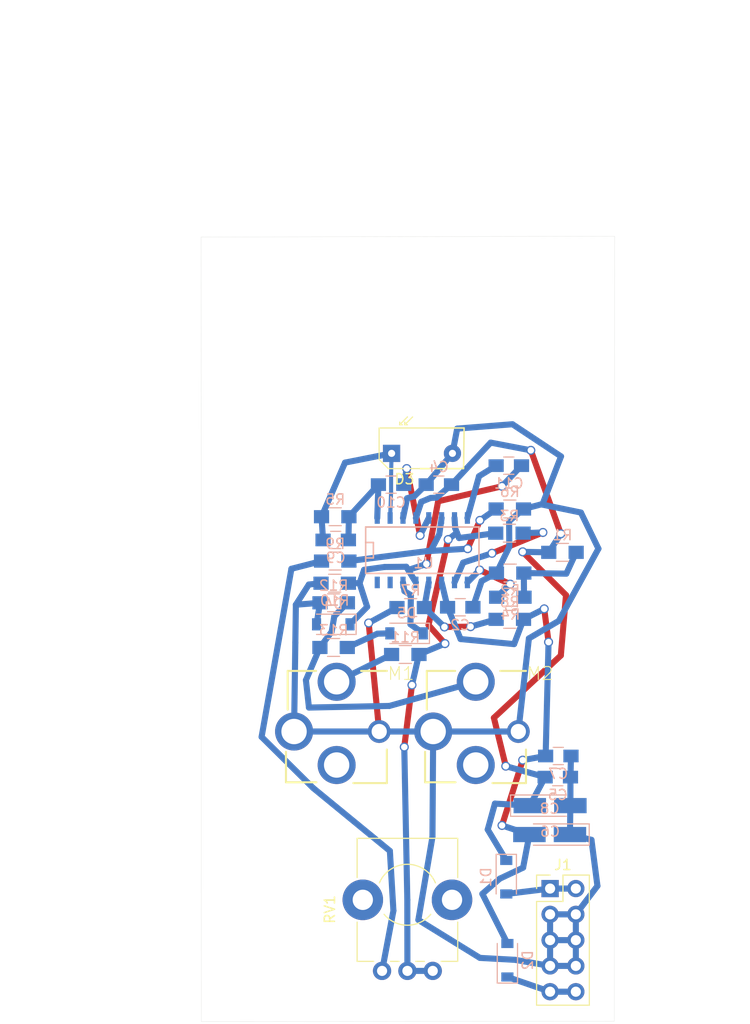
<source format=kicad_pcb>
(kicad_pcb (version 20171130) (host pcbnew "(6.0.0-rc1-dev-209-g91e3d21d6)")

  (general
    (thickness 1.6002)
    (drawings 10)
    (tracks 191)
    (zones 0)
    (modules 32)
    (nets 24)
  )

  (page A4)
  (title_block
    (date "15 jun 2016")
  )

  (layers
    (0 Front signal)
    (31 Back signal)
    (32 B.Adhes user)
    (33 F.Adhes user)
    (34 B.Paste user)
    (35 F.Paste user)
    (36 B.SilkS user)
    (37 F.SilkS user)
    (38 B.Mask user)
    (39 F.Mask user)
    (40 Dwgs.User user)
    (41 Cmts.User user)
    (42 Eco1.User user)
    (43 Eco2.User user)
    (44 Edge.Cuts user)
    (45 Margin user)
    (46 B.CrtYd user)
    (47 F.CrtYd user)
    (48 B.Fab user)
    (49 F.Fab user)
  )

  (setup
    (last_trace_width 0.6)
    (user_trace_width 0.4)
    (user_trace_width 0.6)
    (trace_clearance 0.254)
    (zone_clearance 0.508)
    (zone_45_only no)
    (trace_min 0.2032)
    (via_size 0.889)
    (via_drill 0.635)
    (via_min_size 0.889)
    (via_min_drill 0.508)
    (uvia_size 0.508)
    (uvia_drill 0.127)
    (uvias_allowed no)
    (uvia_min_size 0.508)
    (uvia_min_drill 0.127)
    (edge_width 0.02032)
    (segment_width 0.381)
    (pcb_text_width 0.3048)
    (pcb_text_size 1.524 2.032)
    (mod_edge_width 0.381)
    (mod_text_size 1.524 1.524)
    (mod_text_width 0.3048)
    (pad_size 7 7)
    (pad_drill 6.4)
    (pad_to_mask_clearance 0.254)
    (aux_axis_origin 0 0)
    (grid_origin 81.92 39.1)
    (visible_elements FFFFFF7F)
    (pcbplotparams
      (layerselection 0x010c0_ffffffff)
      (usegerberextensions true)
      (usegerberattributes false)
      (usegerberadvancedattributes false)
      (creategerberjobfile false)
      (excludeedgelayer true)
      (linewidth 0.150000)
      (plotframeref false)
      (viasonmask false)
      (mode 1)
      (useauxorigin false)
      (hpglpennumber 1)
      (hpglpenspeed 20)
      (hpglpendiameter 15.000000)
      (psnegative false)
      (psa4output false)
      (plotreference false)
      (plotvalue false)
      (plotinvisibletext false)
      (padsonsilk false)
      (subtractmaskfromsilk false)
      (outputformat 1)
      (mirror false)
      (drillshape 0)
      (scaleselection 1)
      (outputdirectory ""))
  )

  (net 0 "")
  (net 1 -12V)
  (net 2 GND)
  (net 3 +12V)
  (net 4 "Net-(C9-Pad1)")
  (net 5 "Net-(C10-Pad1)")
  (net 6 "Net-(C10-Pad2)")
  (net 7 "Net-(C11-Pad2)")
  (net 8 "Net-(C11-Pad1)")
  (net 9 "Net-(D1-Pad2)")
  (net 10 "Net-(D2-Pad1)")
  (net 11 "Net-(D5-Pad2)")
  (net 12 "Net-(D5-Pad1)")
  (net 13 "Net-(M1-Pad2)")
  (net 14 "Net-(M1-Pad3)")
  (net 15 "Net-(M2-Pad3)")
  (net 16 "Net-(M2-Pad2)")
  (net 17 "Net-(R1-Pad1)")
  (net 18 "Net-(R3-Pad1)")
  (net 19 "Net-(R11-Pad1)")
  (net 20 "Net-(R4-Pad1)")
  (net 21 "Net-(R6-Pad2)")
  (net 22 "Net-(R7-Pad1)")
  (net 23 "Net-(R9-Pad2)")

  (net_class Default "This is the default net class."
    (clearance 0.254)
    (trace_width 0.2032)
    (via_dia 0.889)
    (via_drill 0.635)
    (uvia_dia 0.508)
    (uvia_drill 0.127)
    (diff_pair_width 0.2032)
    (diff_pair_gap 0.25)
    (add_net +12V)
    (add_net -12V)
    (add_net GND)
    (add_net "Net-(C10-Pad1)")
    (add_net "Net-(C10-Pad2)")
    (add_net "Net-(C11-Pad1)")
    (add_net "Net-(C11-Pad2)")
    (add_net "Net-(C9-Pad1)")
    (add_net "Net-(D1-Pad2)")
    (add_net "Net-(D2-Pad1)")
    (add_net "Net-(D5-Pad1)")
    (add_net "Net-(D5-Pad2)")
    (add_net "Net-(M1-Pad2)")
    (add_net "Net-(M1-Pad3)")
    (add_net "Net-(M2-Pad2)")
    (add_net "Net-(M2-Pad3)")
    (add_net "Net-(R1-Pad1)")
    (add_net "Net-(R11-Pad1)")
    (add_net "Net-(R3-Pad1)")
    (add_net "Net-(R4-Pad1)")
    (add_net "Net-(R6-Pad2)")
    (add_net "Net-(R7-Pad1)")
    (add_net "Net-(R9-Pad2)")
  )

  (module Opto-Devices:PhotoDiode_BPW82 (layer Front) (tedit 5D6D6E50) (tstamp 5D66F773)
    (at 83.18 110.65)
    (descr "PhotoDiode, BPW82, RM2.54")
    (tags "PhotoDiode BPW82 RM2.54")
    (path /5D64E221)
    (fp_text reference D3 (at 1.27 2.54) (layer F.SilkS)
      (effects (font (size 1 1) (thickness 0.15)))
    )
    (fp_text value D_Photo (at 1.25 -3.5) (layer F.Fab)
      (effects (font (size 1 1) (thickness 0.15)))
    )
    (fp_line (start -1.15 -2.45) (end 3.7 -2.45) (layer F.Fab) (width 0.1))
    (fp_line (start 2.85 1.4) (end -0.3 1.4) (layer F.Fab) (width 0.1))
    (fp_line (start -0.3 1.4) (end -1.15 0.55) (layer F.Fab) (width 0.1))
    (fp_line (start -1.15 0.55) (end -1.15 -2.45) (layer F.Fab) (width 0.1))
    (fp_line (start -1.23 -2.5) (end -1.23 0.6) (layer F.SilkS) (width 0.12))
    (fp_line (start -1.23 0.6) (end -0.33 1.5) (layer F.SilkS) (width 0.12))
    (fp_line (start -0.33 1.5) (end 2.87 1.5) (layer F.SilkS) (width 0.12))
    (fp_line (start -1.23 -2.5) (end 3.77 -2.5) (layer F.SilkS) (width 0.12))
    (fp_line (start 1.3 -2.82) (end 1.56 -2.82) (layer F.SilkS) (width 0.12))
    (fp_line (start 1.3 -2.82) (end 1.3 -3.08) (layer F.SilkS) (width 0.12))
    (fp_line (start 0.8 -2.82) (end 1.05 -2.82) (layer F.SilkS) (width 0.12))
    (fp_line (start 0.8 -2.82) (end 0.8 -3.08) (layer F.SilkS) (width 0.12))
    (fp_line (start 1.56 -3.59) (end 0.8 -2.82) (layer F.SilkS) (width 0.12))
    (fp_line (start 2.07 -3.59) (end 1.3 -2.82) (layer F.SilkS) (width 0.12))
    (fp_line (start -1.4 -2.7) (end 3.95 -2.7) (layer F.CrtYd) (width 0.05))
    (fp_line (start -1.4 -2.7) (end -1.4 1.65) (layer F.CrtYd) (width 0.05))
    (fp_line (start 3.95 1.65) (end 3.95 -2.7) (layer F.CrtYd) (width 0.05))
    (fp_line (start 3.95 1.65) (end -1.4 1.65) (layer F.CrtYd) (width 0.05))
    (fp_line (start 7.1 1.5) (end 2.8 1.5) (layer F.SilkS) (width 0.15))
    (fp_line (start 7.15 -2.5) (end 7.1 1.5) (layer F.SilkS) (width 0.15))
    (fp_line (start 3.8 -2.5) (end 7.15 -2.5) (layer F.SilkS) (width 0.15))
    (pad 2 thru_hole circle (at 6 0 180) (size 1.7 1.7) (drill 0.7) (layers *.Cu *.Mask)
      (net 2 GND))
    (pad 1 thru_hole rect (at 0 0 180) (size 1.7 1.7) (drill 0.7) (layers *.Cu *.Mask)
      (net 4 "Net-(C9-Pad1)"))
  )

  (module Capacitors_SMD:C_0805_HandSoldering (layer Back) (tedit 58AA84A8) (tstamp 5D66F6B9)
    (at 99.57 142.54)
    (descr "Capacitor SMD 0805, hand soldering")
    (tags "capacitor 0805")
    (path /5CF573BB)
    (attr smd)
    (fp_text reference C5 (at 0 1.75) (layer B.SilkS)
      (effects (font (size 1 1) (thickness 0.15)) (justify mirror))
    )
    (fp_text value 100N (at 0 -1.75) (layer B.Fab)
      (effects (font (size 1 1) (thickness 0.15)) (justify mirror))
    )
    (fp_text user %R (at 0 1.75) (layer B.Fab)
      (effects (font (size 1 1) (thickness 0.15)) (justify mirror))
    )
    (fp_line (start -1 -0.62) (end -1 0.62) (layer B.Fab) (width 0.1))
    (fp_line (start 1 -0.62) (end -1 -0.62) (layer B.Fab) (width 0.1))
    (fp_line (start 1 0.62) (end 1 -0.62) (layer B.Fab) (width 0.1))
    (fp_line (start -1 0.62) (end 1 0.62) (layer B.Fab) (width 0.1))
    (fp_line (start 0.5 0.85) (end -0.5 0.85) (layer B.SilkS) (width 0.12))
    (fp_line (start -0.5 -0.85) (end 0.5 -0.85) (layer B.SilkS) (width 0.12))
    (fp_line (start -2.25 0.88) (end 2.25 0.88) (layer B.CrtYd) (width 0.05))
    (fp_line (start -2.25 0.88) (end -2.25 -0.87) (layer B.CrtYd) (width 0.05))
    (fp_line (start 2.25 -0.87) (end 2.25 0.88) (layer B.CrtYd) (width 0.05))
    (fp_line (start 2.25 -0.87) (end -2.25 -0.87) (layer B.CrtYd) (width 0.05))
    (pad 1 smd rect (at -1.25 0) (size 1.5 1.25) (layers Back B.Paste B.Mask)
      (net 3 +12V))
    (pad 2 smd rect (at 1.25 0) (size 1.5 1.25) (layers Back B.Paste B.Mask)
      (net 2 GND))
    (model Capacitors_SMD.3dshapes/C_0805.wrl
      (at (xyz 0 0 0))
      (scale (xyz 1 1 1))
      (rotate (xyz 0 0 0))
    )
  )

  (module Potentiometers:Potentiometer_Alps_RK09K_Horizontal locked (layer Front) (tedit 58826B09) (tstamp 5D66F105)
    (at 87.24 161.63 90)
    (descr "Potentiometer, horizontally mounted, Omeg PC16PU, Omeg PC16PU, Omeg PC16PU, Vishay/Spectrol 248GJ/249GJ Single, Vishay/Spectrol 248GJ/249GJ Single, Vishay/Spectrol 248GJ/249GJ Single, Vishay/Spectrol 248GH/249GH Single, Vishay/Spectrol 148/149 Single, Vishay/Spectrol 148/149 Single, Vishay/Spectrol 148/149 Single, Vishay/Spectrol 148A/149A Single with mounting plates, Vishay/Spectrol 148/149 Double, Vishay/Spectrol 148A/149A Double with mounting plates, Piher PC-16 Single, Piher PC-16 Single, Piher PC-16 Single, Piher PC-16SV Single, Piher PC-16 Double, Piher PC-16 Triple, Piher T16H Single, Piher T16L Single, Piher T16H Double, Alps RK163 Single, Alps RK163 Double, Alps RK097 Single, Alps RK097 Double, Bourns PTV09A-2 Single with mounting sleve Single, Bourns PTV09A-1 with mounting sleve Single, Bourns PRS11S Single, Alps RK09K Single with mounting sleve Single, Alps RK09K with mounting sleve Single, http://www.alps.com/prod/info/E/HTML/Potentiometer/RotaryPotentiometers/RK09K/RK09D1130C1B.html")
    (tags "Potentiometer horizontal  Omeg PC16PU  Omeg PC16PU  Omeg PC16PU  Vishay/Spectrol 248GJ/249GJ Single  Vishay/Spectrol 248GJ/249GJ Single  Vishay/Spectrol 248GJ/249GJ Single  Vishay/Spectrol 248GH/249GH Single  Vishay/Spectrol 148/149 Single  Vishay/Spectrol 148/149 Single  Vishay/Spectrol 148/149 Single  Vishay/Spectrol 148A/149A Single with mounting plates  Vishay/Spectrol 148/149 Double  Vishay/Spectrol 148A/149A Double with mounting plates  Piher PC-16 Single  Piher PC-16 Single  Piher PC-16 Single  Piher PC-16SV Single  Piher PC-16 Double  Piher PC-16 Triple  Piher T16H Single  Piher T16L Single  Piher T16H Double  Alps RK163 Single  Alps RK163 Double  Alps RK097 Single  Alps RK097 Double  Bourns PTV09A-2 Single with mounting sleve Single  Bourns PTV09A-1 with mounting sleve Single  Bourns PRS11S Single  Alps RK09K Single with mounting sleve Single  Alps RK09K with mounting sleve Single")
    (path /5D653E9E)
    (fp_text reference RV1 (at 6.05 -10.15 90) (layer F.SilkS)
      (effects (font (size 1 1) (thickness 0.15)))
    )
    (fp_text value 100K (at 6.05 5.15 90) (layer F.Fab)
      (effects (font (size 1 1) (thickness 0.15)))
    )
    (fp_arc (start 7.5 -2.5) (end 8.673 0.262) (angle -134) (layer F.SilkS) (width 0.12))
    (fp_arc (start 7.5 -2.5) (end 5.572 -4.798) (angle -100) (layer F.SilkS) (width 0.12))
    (fp_circle (center 7.5 -2.5) (end 10.75 -2.5) (layer F.Fab) (width 0.1))
    (fp_circle (center 7.5 -2.5) (end 10.5 -2.5) (layer F.Fab) (width 0.1))
    (fp_line (start 1 -7.4) (end 1 2.4) (layer F.Fab) (width 0.1))
    (fp_line (start 1 2.4) (end 13 2.4) (layer F.Fab) (width 0.1))
    (fp_line (start 13 2.4) (end 13 -7.4) (layer F.Fab) (width 0.1))
    (fp_line (start 13 -7.4) (end 1 -7.4) (layer F.Fab) (width 0.1))
    (fp_line (start 0.94 -7.461) (end 4.806 -7.461) (layer F.SilkS) (width 0.12))
    (fp_line (start 9.195 -7.461) (end 13.06 -7.461) (layer F.SilkS) (width 0.12))
    (fp_line (start 0.94 2.46) (end 4.806 2.46) (layer F.SilkS) (width 0.12))
    (fp_line (start 9.195 2.46) (end 13.06 2.46) (layer F.SilkS) (width 0.12))
    (fp_line (start 0.94 -7.461) (end 0.94 -5.825) (layer F.SilkS) (width 0.12))
    (fp_line (start 0.94 -4.175) (end 0.94 -3.325) (layer F.SilkS) (width 0.12))
    (fp_line (start 0.94 -1.675) (end 0.94 -0.825) (layer F.SilkS) (width 0.12))
    (fp_line (start 0.94 0.825) (end 0.94 2.46) (layer F.SilkS) (width 0.12))
    (fp_line (start 13.06 -7.461) (end 13.06 2.46) (layer F.SilkS) (width 0.12))
    (fp_line (start -1.15 -9.15) (end -1.15 4.15) (layer F.CrtYd) (width 0.05))
    (fp_line (start -1.15 4.15) (end 13.25 4.15) (layer F.CrtYd) (width 0.05))
    (fp_line (start 13.25 4.15) (end 13.25 -9.15) (layer F.CrtYd) (width 0.05))
    (fp_line (start 13.25 -9.15) (end -1.15 -9.15) (layer F.CrtYd) (width 0.05))
    (pad 3 thru_hole circle (at 0 -5 90) (size 1.8 1.8) (drill 1) (layers *.Cu *.Mask)
      (net 23 "Net-(R9-Pad2)"))
    (pad 2 thru_hole circle (at 0 -2.5 90) (size 1.8 1.8) (drill 1) (layers *.Cu *.Mask)
      (net 19 "Net-(R11-Pad1)"))
    (pad 1 thru_hole circle (at 0 0 90) (size 1.8 1.8) (drill 1) (layers *.Cu *.Mask)
      (net 19 "Net-(R11-Pad1)"))
    (pad 0 np_thru_hole circle (at 7 -6.9 90) (size 4 4) (drill 2) (layers *.Cu *.Mask))
    (pad 0 np_thru_hole circle (at 7 1.9 90) (size 4 4) (drill 2) (layers *.Cu *.Mask))
    (model Potentiometers.3dshapes/Potentiometer_Alps_RK09K_Horizontal.wrl
      (at (xyz 0 0 0))
      (scale (xyz 0.393701 0.393701 0.393701))
      (rotate (xyz 0 0 0))
    )
  )

  (module Capacitors_SMD:C_0805_HandSoldering (layer Back) (tedit 58AA84A8) (tstamp 5D66F686)
    (at 89.95 125.81)
    (descr "Capacitor SMD 0805, hand soldering")
    (tags "capacitor 0805")
    (path /5D65ABAC)
    (attr smd)
    (fp_text reference C2 (at 0 1.75) (layer B.SilkS)
      (effects (font (size 1 1) (thickness 0.15)) (justify mirror))
    )
    (fp_text value 100N (at 0 -1.75) (layer B.Fab)
      (effects (font (size 1 1) (thickness 0.15)) (justify mirror))
    )
    (fp_text user %R (at 0 1.75) (layer B.Fab)
      (effects (font (size 1 1) (thickness 0.15)) (justify mirror))
    )
    (fp_line (start -1 -0.62) (end -1 0.62) (layer B.Fab) (width 0.1))
    (fp_line (start 1 -0.62) (end -1 -0.62) (layer B.Fab) (width 0.1))
    (fp_line (start 1 0.62) (end 1 -0.62) (layer B.Fab) (width 0.1))
    (fp_line (start -1 0.62) (end 1 0.62) (layer B.Fab) (width 0.1))
    (fp_line (start 0.5 0.85) (end -0.5 0.85) (layer B.SilkS) (width 0.12))
    (fp_line (start -0.5 -0.85) (end 0.5 -0.85) (layer B.SilkS) (width 0.12))
    (fp_line (start -2.25 0.88) (end 2.25 0.88) (layer B.CrtYd) (width 0.05))
    (fp_line (start -2.25 0.88) (end -2.25 -0.87) (layer B.CrtYd) (width 0.05))
    (fp_line (start 2.25 -0.87) (end 2.25 0.88) (layer B.CrtYd) (width 0.05))
    (fp_line (start 2.25 -0.87) (end -2.25 -0.87) (layer B.CrtYd) (width 0.05))
    (pad 1 smd rect (at -1.25 0) (size 1.5 1.25) (layers Back B.Paste B.Mask)
      (net 1 -12V))
    (pad 2 smd rect (at 1.25 0) (size 1.5 1.25) (layers Back B.Paste B.Mask)
      (net 2 GND))
    (model Capacitors_SMD.3dshapes/C_0805.wrl
      (at (xyz 0 0 0))
      (scale (xyz 1 1 1))
      (rotate (xyz 0 0 0))
    )
  )

  (module Capacitors_SMD:C_0805_HandSoldering (layer Back) (tedit 58AA84A8) (tstamp 5D66F6A8)
    (at 87.84 113.73 180)
    (descr "Capacitor SMD 0805, hand soldering")
    (tags "capacitor 0805")
    (path /5D65A9EC)
    (attr smd)
    (fp_text reference C4 (at 0 1.75 180) (layer B.SilkS)
      (effects (font (size 1 1) (thickness 0.15)) (justify mirror))
    )
    (fp_text value 100N (at 0 -1.75 180) (layer B.Fab)
      (effects (font (size 1 1) (thickness 0.15)) (justify mirror))
    )
    (fp_text user %R (at 0 1.75 180) (layer B.Fab)
      (effects (font (size 1 1) (thickness 0.15)) (justify mirror))
    )
    (fp_line (start -1 -0.62) (end -1 0.62) (layer B.Fab) (width 0.1))
    (fp_line (start 1 -0.62) (end -1 -0.62) (layer B.Fab) (width 0.1))
    (fp_line (start 1 0.62) (end 1 -0.62) (layer B.Fab) (width 0.1))
    (fp_line (start -1 0.62) (end 1 0.62) (layer B.Fab) (width 0.1))
    (fp_line (start 0.5 0.85) (end -0.5 0.85) (layer B.SilkS) (width 0.12))
    (fp_line (start -0.5 -0.85) (end 0.5 -0.85) (layer B.SilkS) (width 0.12))
    (fp_line (start -2.25 0.88) (end 2.25 0.88) (layer B.CrtYd) (width 0.05))
    (fp_line (start -2.25 0.88) (end -2.25 -0.87) (layer B.CrtYd) (width 0.05))
    (fp_line (start 2.25 -0.87) (end 2.25 0.88) (layer B.CrtYd) (width 0.05))
    (fp_line (start 2.25 -0.87) (end -2.25 -0.87) (layer B.CrtYd) (width 0.05))
    (pad 1 smd rect (at -1.25 0 180) (size 1.5 1.25) (layers Back B.Paste B.Mask)
      (net 3 +12V))
    (pad 2 smd rect (at 1.25 0 180) (size 1.5 1.25) (layers Back B.Paste B.Mask)
      (net 2 GND))
    (model Capacitors_SMD.3dshapes/C_0805.wrl
      (at (xyz 0 0 0))
      (scale (xyz 1 1 1))
      (rotate (xyz 0 0 0))
    )
  )

  (module Capacitors_Tantalum_SMD:CP_Tantalum_Case-A_EIA-3216-18_Hand (layer Back) (tedit 58CC8C08) (tstamp 5D66F6CD)
    (at 98.81 145.35)
    (descr "Tantalum capacitor, Case A, EIA 3216-18, 3.2x1.6x1.6mm, Hand soldering footprint")
    (tags "capacitor tantalum smd")
    (path /5CF768A0)
    (attr smd)
    (fp_text reference C6 (at 0 2.55) (layer B.SilkS)
      (effects (font (size 1 1) (thickness 0.15)) (justify mirror))
    )
    (fp_text value 10UF (at 0 -2.55) (layer B.Fab)
      (effects (font (size 1 1) (thickness 0.15)) (justify mirror))
    )
    (fp_line (start -3.9 1.05) (end -3.9 -1.05) (layer B.SilkS) (width 0.12))
    (fp_line (start -3.9 -1.05) (end 1.6 -1.05) (layer B.SilkS) (width 0.12))
    (fp_line (start -3.9 1.05) (end 1.6 1.05) (layer B.SilkS) (width 0.12))
    (fp_line (start -1.12 0.8) (end -1.12 -0.8) (layer B.Fab) (width 0.1))
    (fp_line (start -1.28 0.8) (end -1.28 -0.8) (layer B.Fab) (width 0.1))
    (fp_line (start 1.6 0.8) (end -1.6 0.8) (layer B.Fab) (width 0.1))
    (fp_line (start 1.6 -0.8) (end 1.6 0.8) (layer B.Fab) (width 0.1))
    (fp_line (start -1.6 -0.8) (end 1.6 -0.8) (layer B.Fab) (width 0.1))
    (fp_line (start -1.6 0.8) (end -1.6 -0.8) (layer B.Fab) (width 0.1))
    (fp_line (start 4 1.2) (end -4 1.2) (layer B.CrtYd) (width 0.05))
    (fp_line (start 4 -1.2) (end 4 1.2) (layer B.CrtYd) (width 0.05))
    (fp_line (start -4 -1.2) (end 4 -1.2) (layer B.CrtYd) (width 0.05))
    (fp_line (start -4 1.2) (end -4 -1.2) (layer B.CrtYd) (width 0.05))
    (fp_text user %R (at 0 0) (layer B.Fab)
      (effects (font (size 0.7 0.7) (thickness 0.105)) (justify mirror))
    )
    (pad 2 smd rect (at 2 0) (size 3.2 1.5) (layers Back B.Paste B.Mask)
      (net 2 GND))
    (pad 1 smd rect (at -2 0) (size 3.2 1.5) (layers Back B.Paste B.Mask)
      (net 3 +12V))
    (model Capacitors_Tantalum_SMD.3dshapes/CP_Tantalum_Case-A_EIA-3216-18.wrl
      (at (xyz 0 0 0))
      (scale (xyz 1 1 1))
      (rotate (xyz 0 0 0))
    )
  )

  (module Capacitors_SMD:C_0805_HandSoldering (layer Back) (tedit 58AA84A8) (tstamp 5D66F6DE)
    (at 99.62 140.46)
    (descr "Capacitor SMD 0805, hand soldering")
    (tags "capacitor 0805")
    (path /5CF5F838)
    (attr smd)
    (fp_text reference C7 (at 0 1.75) (layer B.SilkS)
      (effects (font (size 1 1) (thickness 0.15)) (justify mirror))
    )
    (fp_text value 100N (at 0 -1.75) (layer B.Fab)
      (effects (font (size 1 1) (thickness 0.15)) (justify mirror))
    )
    (fp_line (start 2.25 -0.87) (end -2.25 -0.87) (layer B.CrtYd) (width 0.05))
    (fp_line (start 2.25 -0.87) (end 2.25 0.88) (layer B.CrtYd) (width 0.05))
    (fp_line (start -2.25 0.88) (end -2.25 -0.87) (layer B.CrtYd) (width 0.05))
    (fp_line (start -2.25 0.88) (end 2.25 0.88) (layer B.CrtYd) (width 0.05))
    (fp_line (start -0.5 -0.85) (end 0.5 -0.85) (layer B.SilkS) (width 0.12))
    (fp_line (start 0.5 0.85) (end -0.5 0.85) (layer B.SilkS) (width 0.12))
    (fp_line (start -1 0.62) (end 1 0.62) (layer B.Fab) (width 0.1))
    (fp_line (start 1 0.62) (end 1 -0.62) (layer B.Fab) (width 0.1))
    (fp_line (start 1 -0.62) (end -1 -0.62) (layer B.Fab) (width 0.1))
    (fp_line (start -1 -0.62) (end -1 0.62) (layer B.Fab) (width 0.1))
    (fp_text user %R (at 0 1.75) (layer B.Fab)
      (effects (font (size 1 1) (thickness 0.15)) (justify mirror))
    )
    (pad 2 smd rect (at 1.25 0) (size 1.5 1.25) (layers Back B.Paste B.Mask)
      (net 2 GND))
    (pad 1 smd rect (at -1.25 0) (size 1.5 1.25) (layers Back B.Paste B.Mask)
      (net 1 -12V))
    (model Capacitors_SMD.3dshapes/C_0805.wrl
      (at (xyz 0 0 0))
      (scale (xyz 1 1 1))
      (rotate (xyz 0 0 0))
    )
  )

  (module Capacitors_Tantalum_SMD:CP_Tantalum_Case-A_EIA-3216-18_Hand (layer Back) (tedit 58CC8C08) (tstamp 5D66F6F2)
    (at 98.77 148.2 180)
    (descr "Tantalum capacitor, Case A, EIA 3216-18, 3.2x1.6x1.6mm, Hand soldering footprint")
    (tags "capacitor tantalum smd")
    (path /5CF57303)
    (attr smd)
    (fp_text reference C8 (at 0 2.55 180) (layer B.SilkS)
      (effects (font (size 1 1) (thickness 0.15)) (justify mirror))
    )
    (fp_text value 10UF (at 0 -2.55 180) (layer B.Fab)
      (effects (font (size 1 1) (thickness 0.15)) (justify mirror))
    )
    (fp_text user %R (at 0 0 180) (layer B.Fab)
      (effects (font (size 0.7 0.7) (thickness 0.105)) (justify mirror))
    )
    (fp_line (start -4 1.2) (end -4 -1.2) (layer B.CrtYd) (width 0.05))
    (fp_line (start -4 -1.2) (end 4 -1.2) (layer B.CrtYd) (width 0.05))
    (fp_line (start 4 -1.2) (end 4 1.2) (layer B.CrtYd) (width 0.05))
    (fp_line (start 4 1.2) (end -4 1.2) (layer B.CrtYd) (width 0.05))
    (fp_line (start -1.6 0.8) (end -1.6 -0.8) (layer B.Fab) (width 0.1))
    (fp_line (start -1.6 -0.8) (end 1.6 -0.8) (layer B.Fab) (width 0.1))
    (fp_line (start 1.6 -0.8) (end 1.6 0.8) (layer B.Fab) (width 0.1))
    (fp_line (start 1.6 0.8) (end -1.6 0.8) (layer B.Fab) (width 0.1))
    (fp_line (start -1.28 0.8) (end -1.28 -0.8) (layer B.Fab) (width 0.1))
    (fp_line (start -1.12 0.8) (end -1.12 -0.8) (layer B.Fab) (width 0.1))
    (fp_line (start -3.9 1.05) (end 1.6 1.05) (layer B.SilkS) (width 0.12))
    (fp_line (start -3.9 -1.05) (end 1.6 -1.05) (layer B.SilkS) (width 0.12))
    (fp_line (start -3.9 1.05) (end -3.9 -1.05) (layer B.SilkS) (width 0.12))
    (pad 1 smd rect (at -2 0 180) (size 3.2 1.5) (layers Back B.Paste B.Mask)
      (net 2 GND))
    (pad 2 smd rect (at 2 0 180) (size 3.2 1.5) (layers Back B.Paste B.Mask)
      (net 1 -12V))
    (model Capacitors_Tantalum_SMD.3dshapes/CP_Tantalum_Case-A_EIA-3216-18.wrl
      (at (xyz 0 0 0))
      (scale (xyz 1 1 1))
      (rotate (xyz 0 0 0))
    )
  )

  (module Capacitors_SMD:C_0805_HandSoldering (layer Back) (tedit 58AA84A8) (tstamp 5D66F703)
    (at 77.67 119.18)
    (descr "Capacitor SMD 0805, hand soldering")
    (tags "capacitor 0805")
    (path /5D64DE52)
    (attr smd)
    (fp_text reference C9 (at 0 1.75) (layer B.SilkS)
      (effects (font (size 1 1) (thickness 0.15)) (justify mirror))
    )
    (fp_text value 10PF (at 0 -1.75) (layer B.Fab)
      (effects (font (size 1 1) (thickness 0.15)) (justify mirror))
    )
    (fp_text user %R (at 0 1.75) (layer B.Fab)
      (effects (font (size 1 1) (thickness 0.15)) (justify mirror))
    )
    (fp_line (start -1 -0.62) (end -1 0.62) (layer B.Fab) (width 0.1))
    (fp_line (start 1 -0.62) (end -1 -0.62) (layer B.Fab) (width 0.1))
    (fp_line (start 1 0.62) (end 1 -0.62) (layer B.Fab) (width 0.1))
    (fp_line (start -1 0.62) (end 1 0.62) (layer B.Fab) (width 0.1))
    (fp_line (start 0.5 0.85) (end -0.5 0.85) (layer B.SilkS) (width 0.12))
    (fp_line (start -0.5 -0.85) (end 0.5 -0.85) (layer B.SilkS) (width 0.12))
    (fp_line (start -2.25 0.88) (end 2.25 0.88) (layer B.CrtYd) (width 0.05))
    (fp_line (start -2.25 0.88) (end -2.25 -0.87) (layer B.CrtYd) (width 0.05))
    (fp_line (start 2.25 -0.87) (end 2.25 0.88) (layer B.CrtYd) (width 0.05))
    (fp_line (start 2.25 -0.87) (end -2.25 -0.87) (layer B.CrtYd) (width 0.05))
    (pad 1 smd rect (at -1.25 0) (size 1.5 1.25) (layers Back B.Paste B.Mask)
      (net 4 "Net-(C9-Pad1)"))
    (pad 2 smd rect (at 1.25 0) (size 1.5 1.25) (layers Back B.Paste B.Mask)
      (net 5 "Net-(C10-Pad1)"))
    (model Capacitors_SMD.3dshapes/C_0805.wrl
      (at (xyz 0 0 0))
      (scale (xyz 1 1 1))
      (rotate (xyz 0 0 0))
    )
  )

  (module Capacitors_SMD:C_0805_HandSoldering (layer Back) (tedit 58AA84A8) (tstamp 5D66F714)
    (at 83.13 113.73)
    (descr "Capacitor SMD 0805, hand soldering")
    (tags "capacitor 0805")
    (path /5D65118B)
    (attr smd)
    (fp_text reference C10 (at 0 1.75) (layer B.SilkS)
      (effects (font (size 1 1) (thickness 0.15)) (justify mirror))
    )
    (fp_text value 100N (at 0 -1.75) (layer B.Fab)
      (effects (font (size 1 1) (thickness 0.15)) (justify mirror))
    )
    (fp_line (start 2.25 -0.87) (end -2.25 -0.87) (layer B.CrtYd) (width 0.05))
    (fp_line (start 2.25 -0.87) (end 2.25 0.88) (layer B.CrtYd) (width 0.05))
    (fp_line (start -2.25 0.88) (end -2.25 -0.87) (layer B.CrtYd) (width 0.05))
    (fp_line (start -2.25 0.88) (end 2.25 0.88) (layer B.CrtYd) (width 0.05))
    (fp_line (start -0.5 -0.85) (end 0.5 -0.85) (layer B.SilkS) (width 0.12))
    (fp_line (start 0.5 0.85) (end -0.5 0.85) (layer B.SilkS) (width 0.12))
    (fp_line (start -1 0.62) (end 1 0.62) (layer B.Fab) (width 0.1))
    (fp_line (start 1 0.62) (end 1 -0.62) (layer B.Fab) (width 0.1))
    (fp_line (start 1 -0.62) (end -1 -0.62) (layer B.Fab) (width 0.1))
    (fp_line (start -1 -0.62) (end -1 0.62) (layer B.Fab) (width 0.1))
    (fp_text user %R (at 0 1.75) (layer B.Fab)
      (effects (font (size 1 1) (thickness 0.15)) (justify mirror))
    )
    (pad 2 smd rect (at 1.25 0) (size 1.5 1.25) (layers Back B.Paste B.Mask)
      (net 6 "Net-(C10-Pad2)"))
    (pad 1 smd rect (at -1.25 0) (size 1.5 1.25) (layers Back B.Paste B.Mask)
      (net 5 "Net-(C10-Pad1)"))
    (model Capacitors_SMD.3dshapes/C_0805.wrl
      (at (xyz 0 0 0))
      (scale (xyz 1 1 1))
      (rotate (xyz 0 0 0))
    )
  )

  (module Capacitors_SMD:C_0805_HandSoldering (layer Back) (tedit 58AA84A8) (tstamp 5D66F725)
    (at 94.74 111.86)
    (descr "Capacitor SMD 0805, hand soldering")
    (tags "capacitor 0805")
    (path /5D66EE29)
    (attr smd)
    (fp_text reference C11 (at 0 1.75) (layer B.SilkS)
      (effects (font (size 1 1) (thickness 0.15)) (justify mirror))
    )
    (fp_text value 10N (at 0 -1.75) (layer B.Fab)
      (effects (font (size 1 1) (thickness 0.15)) (justify mirror))
    )
    (fp_line (start 2.25 -0.87) (end -2.25 -0.87) (layer B.CrtYd) (width 0.05))
    (fp_line (start 2.25 -0.87) (end 2.25 0.88) (layer B.CrtYd) (width 0.05))
    (fp_line (start -2.25 0.88) (end -2.25 -0.87) (layer B.CrtYd) (width 0.05))
    (fp_line (start -2.25 0.88) (end 2.25 0.88) (layer B.CrtYd) (width 0.05))
    (fp_line (start -0.5 -0.85) (end 0.5 -0.85) (layer B.SilkS) (width 0.12))
    (fp_line (start 0.5 0.85) (end -0.5 0.85) (layer B.SilkS) (width 0.12))
    (fp_line (start -1 0.62) (end 1 0.62) (layer B.Fab) (width 0.1))
    (fp_line (start 1 0.62) (end 1 -0.62) (layer B.Fab) (width 0.1))
    (fp_line (start 1 -0.62) (end -1 -0.62) (layer B.Fab) (width 0.1))
    (fp_line (start -1 -0.62) (end -1 0.62) (layer B.Fab) (width 0.1))
    (fp_text user %R (at 0 1.75) (layer B.Fab)
      (effects (font (size 1 1) (thickness 0.15)) (justify mirror))
    )
    (pad 2 smd rect (at 1.25 0) (size 1.5 1.25) (layers Back B.Paste B.Mask)
      (net 7 "Net-(C11-Pad2)"))
    (pad 1 smd rect (at -1.25 0) (size 1.5 1.25) (layers Back B.Paste B.Mask)
      (net 8 "Net-(C11-Pad1)"))
    (model Capacitors_SMD.3dshapes/C_0805.wrl
      (at (xyz 0 0 0))
      (scale (xyz 1 1 1))
      (rotate (xyz 0 0 0))
    )
  )

  (module Diodes_SMD:D_SOD-123 (layer Back) (tedit 58645DC7) (tstamp 5D66F73E)
    (at 94.49 152.4 270)
    (descr SOD-123)
    (tags SOD-123)
    (path /5CF57595)
    (attr smd)
    (fp_text reference D1 (at 0 2 270) (layer B.SilkS)
      (effects (font (size 1 1) (thickness 0.15)) (justify mirror))
    )
    (fp_text value BAT (at 0 -2.1 270) (layer B.Fab)
      (effects (font (size 1 1) (thickness 0.15)) (justify mirror))
    )
    (fp_line (start -2.25 1) (end 1.65 1) (layer B.SilkS) (width 0.12))
    (fp_line (start -2.25 -1) (end 1.65 -1) (layer B.SilkS) (width 0.12))
    (fp_line (start -2.35 1.15) (end -2.35 -1.15) (layer B.CrtYd) (width 0.05))
    (fp_line (start 2.35 -1.15) (end -2.35 -1.15) (layer B.CrtYd) (width 0.05))
    (fp_line (start 2.35 1.15) (end 2.35 -1.15) (layer B.CrtYd) (width 0.05))
    (fp_line (start -2.35 1.15) (end 2.35 1.15) (layer B.CrtYd) (width 0.05))
    (fp_line (start -1.4 0.9) (end 1.4 0.9) (layer B.Fab) (width 0.1))
    (fp_line (start 1.4 0.9) (end 1.4 -0.9) (layer B.Fab) (width 0.1))
    (fp_line (start 1.4 -0.9) (end -1.4 -0.9) (layer B.Fab) (width 0.1))
    (fp_line (start -1.4 -0.9) (end -1.4 0.9) (layer B.Fab) (width 0.1))
    (fp_line (start -0.75 0) (end -0.35 0) (layer B.Fab) (width 0.1))
    (fp_line (start -0.35 0) (end -0.35 0.55) (layer B.Fab) (width 0.1))
    (fp_line (start -0.35 0) (end -0.35 -0.55) (layer B.Fab) (width 0.1))
    (fp_line (start -0.35 0) (end 0.25 0.4) (layer B.Fab) (width 0.1))
    (fp_line (start 0.25 0.4) (end 0.25 -0.4) (layer B.Fab) (width 0.1))
    (fp_line (start 0.25 -0.4) (end -0.35 0) (layer B.Fab) (width 0.1))
    (fp_line (start 0.25 0) (end 0.75 0) (layer B.Fab) (width 0.1))
    (fp_line (start -2.25 1) (end -2.25 -1) (layer B.SilkS) (width 0.12))
    (fp_text user %R (at 0 2 270) (layer B.Fab)
      (effects (font (size 1 1) (thickness 0.15)) (justify mirror))
    )
    (pad 2 smd rect (at 1.65 0 270) (size 0.9 1.2) (layers Back B.Paste B.Mask)
      (net 9 "Net-(D1-Pad2)"))
    (pad 1 smd rect (at -1.65 0 270) (size 0.9 1.2) (layers Back B.Paste B.Mask)
      (net 3 +12V))
    (model ${KISYS3DMOD}/Diodes_SMD.3dshapes/D_SOD-123.wrl
      (at (xyz 0 0 0))
      (scale (xyz 1 1 1))
      (rotate (xyz 0 0 0))
    )
  )

  (module Diodes_SMD:D_SOD-123 (layer Back) (tedit 58645DC7) (tstamp 5D66F757)
    (at 94.6 160.58 90)
    (descr SOD-123)
    (tags SOD-123)
    (path /5CF6F390)
    (attr smd)
    (fp_text reference D2 (at 0 2 90) (layer B.SilkS)
      (effects (font (size 1 1) (thickness 0.15)) (justify mirror))
    )
    (fp_text value BAT (at 0 -2.1 90) (layer B.Fab)
      (effects (font (size 1 1) (thickness 0.15)) (justify mirror))
    )
    (fp_text user %R (at 0 2 90) (layer B.Fab)
      (effects (font (size 1 1) (thickness 0.15)) (justify mirror))
    )
    (fp_line (start -2.25 1) (end -2.25 -1) (layer B.SilkS) (width 0.12))
    (fp_line (start 0.25 0) (end 0.75 0) (layer B.Fab) (width 0.1))
    (fp_line (start 0.25 -0.4) (end -0.35 0) (layer B.Fab) (width 0.1))
    (fp_line (start 0.25 0.4) (end 0.25 -0.4) (layer B.Fab) (width 0.1))
    (fp_line (start -0.35 0) (end 0.25 0.4) (layer B.Fab) (width 0.1))
    (fp_line (start -0.35 0) (end -0.35 -0.55) (layer B.Fab) (width 0.1))
    (fp_line (start -0.35 0) (end -0.35 0.55) (layer B.Fab) (width 0.1))
    (fp_line (start -0.75 0) (end -0.35 0) (layer B.Fab) (width 0.1))
    (fp_line (start -1.4 -0.9) (end -1.4 0.9) (layer B.Fab) (width 0.1))
    (fp_line (start 1.4 -0.9) (end -1.4 -0.9) (layer B.Fab) (width 0.1))
    (fp_line (start 1.4 0.9) (end 1.4 -0.9) (layer B.Fab) (width 0.1))
    (fp_line (start -1.4 0.9) (end 1.4 0.9) (layer B.Fab) (width 0.1))
    (fp_line (start -2.35 1.15) (end 2.35 1.15) (layer B.CrtYd) (width 0.05))
    (fp_line (start 2.35 1.15) (end 2.35 -1.15) (layer B.CrtYd) (width 0.05))
    (fp_line (start 2.35 -1.15) (end -2.35 -1.15) (layer B.CrtYd) (width 0.05))
    (fp_line (start -2.35 1.15) (end -2.35 -1.15) (layer B.CrtYd) (width 0.05))
    (fp_line (start -2.25 -1) (end 1.65 -1) (layer B.SilkS) (width 0.12))
    (fp_line (start -2.25 1) (end 1.65 1) (layer B.SilkS) (width 0.12))
    (pad 1 smd rect (at -1.65 0 90) (size 0.9 1.2) (layers Back B.Paste B.Mask)
      (net 10 "Net-(D2-Pad1)"))
    (pad 2 smd rect (at 1.65 0 90) (size 0.9 1.2) (layers Back B.Paste B.Mask)
      (net 1 -12V))
    (model ${KISYS3DMOD}/Diodes_SMD.3dshapes/D_SOD-123.wrl
      (at (xyz 0 0 0))
      (scale (xyz 1 1 1))
      (rotate (xyz 0 0 0))
    )
  )

  (module Diodes_SMD:D_SOD-123 (layer Back) (tedit 58645DC7) (tstamp 5D66F78C)
    (at 77.43 127.49 180)
    (descr SOD-123)
    (tags SOD-123)
    (path /5D671062)
    (attr smd)
    (fp_text reference D4 (at 0 2 180) (layer B.SilkS)
      (effects (font (size 1 1) (thickness 0.15)) (justify mirror))
    )
    (fp_text value 1N4148 (at 0 -2.1 180) (layer B.Fab)
      (effects (font (size 1 1) (thickness 0.15)) (justify mirror))
    )
    (fp_text user %R (at 0 2 180) (layer B.Fab)
      (effects (font (size 1 1) (thickness 0.15)) (justify mirror))
    )
    (fp_line (start -2.25 1) (end -2.25 -1) (layer B.SilkS) (width 0.12))
    (fp_line (start 0.25 0) (end 0.75 0) (layer B.Fab) (width 0.1))
    (fp_line (start 0.25 -0.4) (end -0.35 0) (layer B.Fab) (width 0.1))
    (fp_line (start 0.25 0.4) (end 0.25 -0.4) (layer B.Fab) (width 0.1))
    (fp_line (start -0.35 0) (end 0.25 0.4) (layer B.Fab) (width 0.1))
    (fp_line (start -0.35 0) (end -0.35 -0.55) (layer B.Fab) (width 0.1))
    (fp_line (start -0.35 0) (end -0.35 0.55) (layer B.Fab) (width 0.1))
    (fp_line (start -0.75 0) (end -0.35 0) (layer B.Fab) (width 0.1))
    (fp_line (start -1.4 -0.9) (end -1.4 0.9) (layer B.Fab) (width 0.1))
    (fp_line (start 1.4 -0.9) (end -1.4 -0.9) (layer B.Fab) (width 0.1))
    (fp_line (start 1.4 0.9) (end 1.4 -0.9) (layer B.Fab) (width 0.1))
    (fp_line (start -1.4 0.9) (end 1.4 0.9) (layer B.Fab) (width 0.1))
    (fp_line (start -2.35 1.15) (end 2.35 1.15) (layer B.CrtYd) (width 0.05))
    (fp_line (start 2.35 1.15) (end 2.35 -1.15) (layer B.CrtYd) (width 0.05))
    (fp_line (start 2.35 -1.15) (end -2.35 -1.15) (layer B.CrtYd) (width 0.05))
    (fp_line (start -2.35 1.15) (end -2.35 -1.15) (layer B.CrtYd) (width 0.05))
    (fp_line (start -2.25 -1) (end 1.65 -1) (layer B.SilkS) (width 0.12))
    (fp_line (start -2.25 1) (end 1.65 1) (layer B.SilkS) (width 0.12))
    (pad 1 smd rect (at -1.65 0 180) (size 0.9 1.2) (layers Back B.Paste B.Mask)
      (net 7 "Net-(C11-Pad2)"))
    (pad 2 smd rect (at 1.65 0 180) (size 0.9 1.2) (layers Back B.Paste B.Mask)
      (net 2 GND))
    (model ${KISYS3DMOD}/Diodes_SMD.3dshapes/D_SOD-123.wrl
      (at (xyz 0 0 0))
      (scale (xyz 1 1 1))
      (rotate (xyz 0 0 0))
    )
  )

  (module Diodes_SMD:D_SOD-123 (layer Back) (tedit 58645DC7) (tstamp 5D66F7A5)
    (at 84.66 128.38 180)
    (descr SOD-123)
    (tags SOD-123)
    (path /5D6966B6)
    (attr smd)
    (fp_text reference D5 (at 0 2 180) (layer B.SilkS)
      (effects (font (size 1 1) (thickness 0.15)) (justify mirror))
    )
    (fp_text value 1N4148 (at 0 -2.1 180) (layer B.Fab)
      (effects (font (size 1 1) (thickness 0.15)) (justify mirror))
    )
    (fp_line (start -2.25 1) (end 1.65 1) (layer B.SilkS) (width 0.12))
    (fp_line (start -2.25 -1) (end 1.65 -1) (layer B.SilkS) (width 0.12))
    (fp_line (start -2.35 1.15) (end -2.35 -1.15) (layer B.CrtYd) (width 0.05))
    (fp_line (start 2.35 -1.15) (end -2.35 -1.15) (layer B.CrtYd) (width 0.05))
    (fp_line (start 2.35 1.15) (end 2.35 -1.15) (layer B.CrtYd) (width 0.05))
    (fp_line (start -2.35 1.15) (end 2.35 1.15) (layer B.CrtYd) (width 0.05))
    (fp_line (start -1.4 0.9) (end 1.4 0.9) (layer B.Fab) (width 0.1))
    (fp_line (start 1.4 0.9) (end 1.4 -0.9) (layer B.Fab) (width 0.1))
    (fp_line (start 1.4 -0.9) (end -1.4 -0.9) (layer B.Fab) (width 0.1))
    (fp_line (start -1.4 -0.9) (end -1.4 0.9) (layer B.Fab) (width 0.1))
    (fp_line (start -0.75 0) (end -0.35 0) (layer B.Fab) (width 0.1))
    (fp_line (start -0.35 0) (end -0.35 0.55) (layer B.Fab) (width 0.1))
    (fp_line (start -0.35 0) (end -0.35 -0.55) (layer B.Fab) (width 0.1))
    (fp_line (start -0.35 0) (end 0.25 0.4) (layer B.Fab) (width 0.1))
    (fp_line (start 0.25 0.4) (end 0.25 -0.4) (layer B.Fab) (width 0.1))
    (fp_line (start 0.25 -0.4) (end -0.35 0) (layer B.Fab) (width 0.1))
    (fp_line (start 0.25 0) (end 0.75 0) (layer B.Fab) (width 0.1))
    (fp_line (start -2.25 1) (end -2.25 -1) (layer B.SilkS) (width 0.12))
    (fp_text user %R (at 0 2 180) (layer B.Fab)
      (effects (font (size 1 1) (thickness 0.15)) (justify mirror))
    )
    (pad 2 smd rect (at 1.65 0 180) (size 0.9 1.2) (layers Back B.Paste B.Mask)
      (net 11 "Net-(D5-Pad2)"))
    (pad 1 smd rect (at -1.65 0 180) (size 0.9 1.2) (layers Back B.Paste B.Mask)
      (net 12 "Net-(D5-Pad1)"))
    (model ${KISYS3DMOD}/Diodes_SMD.3dshapes/D_SOD-123.wrl
      (at (xyz 0 0 0))
      (scale (xyz 1 1 1))
      (rotate (xyz 0 0 0))
    )
  )

  (module Pin_Headers:Pin_Header_Straight_2x05_Pitch2.54mm (layer Front) (tedit 59650532) (tstamp 5D66F7C5)
    (at 98.81 153.52)
    (descr "Through hole straight pin header, 2x05, 2.54mm pitch, double rows")
    (tags "Through hole pin header THT 2x05 2.54mm double row")
    (path /5CF5749D)
    (fp_text reference J1 (at 1.27 -2.33) (layer F.SilkS)
      (effects (font (size 1 1) (thickness 0.15)))
    )
    (fp_text value Conn_02x05_Odd_Even (at 1.27 12.49) (layer F.Fab)
      (effects (font (size 1 1) (thickness 0.15)))
    )
    (fp_line (start 0 -1.27) (end 3.81 -1.27) (layer F.Fab) (width 0.1))
    (fp_line (start 3.81 -1.27) (end 3.81 11.43) (layer F.Fab) (width 0.1))
    (fp_line (start 3.81 11.43) (end -1.27 11.43) (layer F.Fab) (width 0.1))
    (fp_line (start -1.27 11.43) (end -1.27 0) (layer F.Fab) (width 0.1))
    (fp_line (start -1.27 0) (end 0 -1.27) (layer F.Fab) (width 0.1))
    (fp_line (start -1.33 11.49) (end 3.87 11.49) (layer F.SilkS) (width 0.12))
    (fp_line (start -1.33 1.27) (end -1.33 11.49) (layer F.SilkS) (width 0.12))
    (fp_line (start 3.87 -1.33) (end 3.87 11.49) (layer F.SilkS) (width 0.12))
    (fp_line (start -1.33 1.27) (end 1.27 1.27) (layer F.SilkS) (width 0.12))
    (fp_line (start 1.27 1.27) (end 1.27 -1.33) (layer F.SilkS) (width 0.12))
    (fp_line (start 1.27 -1.33) (end 3.87 -1.33) (layer F.SilkS) (width 0.12))
    (fp_line (start -1.33 0) (end -1.33 -1.33) (layer F.SilkS) (width 0.12))
    (fp_line (start -1.33 -1.33) (end 0 -1.33) (layer F.SilkS) (width 0.12))
    (fp_line (start -1.8 -1.8) (end -1.8 11.95) (layer F.CrtYd) (width 0.05))
    (fp_line (start -1.8 11.95) (end 4.35 11.95) (layer F.CrtYd) (width 0.05))
    (fp_line (start 4.35 11.95) (end 4.35 -1.8) (layer F.CrtYd) (width 0.05))
    (fp_line (start 4.35 -1.8) (end -1.8 -1.8) (layer F.CrtYd) (width 0.05))
    (fp_text user %R (at 1.27 5.08 90) (layer F.Fab)
      (effects (font (size 1 1) (thickness 0.15)))
    )
    (pad 1 thru_hole rect (at 0 0) (size 1.7 1.7) (drill 1) (layers *.Cu *.Mask)
      (net 9 "Net-(D1-Pad2)"))
    (pad 2 thru_hole oval (at 2.54 0) (size 1.7 1.7) (drill 1) (layers *.Cu *.Mask)
      (net 9 "Net-(D1-Pad2)"))
    (pad 3 thru_hole oval (at 0 2.54) (size 1.7 1.7) (drill 1) (layers *.Cu *.Mask)
      (net 2 GND))
    (pad 4 thru_hole oval (at 2.54 2.54) (size 1.7 1.7) (drill 1) (layers *.Cu *.Mask)
      (net 2 GND))
    (pad 5 thru_hole oval (at 0 5.08) (size 1.7 1.7) (drill 1) (layers *.Cu *.Mask)
      (net 2 GND))
    (pad 6 thru_hole oval (at 2.54 5.08) (size 1.7 1.7) (drill 1) (layers *.Cu *.Mask)
      (net 2 GND))
    (pad 7 thru_hole oval (at 0 7.62) (size 1.7 1.7) (drill 1) (layers *.Cu *.Mask)
      (net 2 GND))
    (pad 8 thru_hole oval (at 2.54 7.62) (size 1.7 1.7) (drill 1) (layers *.Cu *.Mask)
      (net 2 GND))
    (pad 9 thru_hole oval (at 0 10.16) (size 1.7 1.7) (drill 1) (layers *.Cu *.Mask)
      (net 10 "Net-(D2-Pad1)"))
    (pad 10 thru_hole oval (at 2.54 10.16) (size 1.7 1.7) (drill 1) (layers *.Cu *.Mask)
      (net 10 "Net-(D2-Pad1)"))
    (model ${KISYS3DMOD}/Pin_Headers.3dshapes/Pin_Header_Straight_2x05_Pitch2.54mm.wrl
      (at (xyz 0 0 0))
      (scale (xyz 1 1 1))
      (rotate (xyz 0 0 0))
    )
  )

  (module erthenvar:ERTHENVAR-JACK locked (layer Front) (tedit 0) (tstamp 5D66F7D9)
    (at 77.76 138.05)
    (path /5D657737)
    (fp_text reference M1 (at 6.35 -5.715) (layer F.SilkS)
      (effects (font (size 1.27 1.27) (thickness 0.1016)))
    )
    (fp_text value AUDIO-JACKERTHENVAR (at 0 0) (layer Eco1.User) hide
      (effects (font (size 0 0) (thickness 0.000001)))
    )
    (fp_line (start -4.826 -5.969) (end -4.826 -2.159) (layer F.SilkS) (width 0.2032))
    (fp_line (start -2.032 -5.969) (end -4.826 -5.969) (layer F.SilkS) (width 0.2032))
    (fp_line (start 4.953 -5.969) (end 2.413 -5.969) (layer F.SilkS) (width 0.2032))
    (fp_line (start 4.953 -1.651) (end 4.953 -5.969) (layer Eco1.User) (width 0.2032))
    (fp_line (start 4.953 5.08) (end 4.953 1.778) (layer F.SilkS) (width 0.2032))
    (fp_line (start 1.651 5.08) (end 4.953 5.08) (layer F.SilkS) (width 0.2032))
    (fp_line (start -4.99872 4.99872) (end -1.99898 4.99872) (layer F.SilkS) (width 0.2032))
    (fp_line (start -4.99872 1.99898) (end -4.99872 4.99872) (layer F.SilkS) (width 0.2032))
    (fp_line (start -4.89966 4.89966) (end -4.89966 -5.99948) (layer Cmts.User) (width 0.127))
    (fp_line (start 4.89966 4.89966) (end -4.89966 4.89966) (layer Cmts.User) (width 0.127))
    (fp_line (start 4.89966 -5.99948) (end 4.89966 4.89966) (layer Cmts.User) (width 0.127))
    (fp_line (start -4.89966 -5.99948) (end 4.89966 -5.99948) (layer Cmts.User) (width 0.127))
    (pad 1@2 thru_hole oval (at 4.19862 0 90) (size 2.2479 2.2479) (drill 1.4986) (layers *.Cu *.Mask)
      (net 2 GND))
    (pad 2 thru_hole oval (at 0 3.29946 90) (size 3.74904 3.74904) (drill 2.49936) (layers *.Cu *.Mask)
      (net 13 "Net-(M1-Pad2)"))
    (pad 3 thru_hole oval (at 0 -4.89966 90) (size 3.74904 3.74904) (drill 2.49936) (layers *.Cu *.Mask)
      (net 14 "Net-(M1-Pad3)"))
    (pad 1@1 thru_hole oval (at -4.19862 0 90) (size 3.74904 3.74904) (drill 2.49936) (layers *.Cu *.Mask)
      (net 2 GND))
  )

  (module erthenvar:ERTHENVAR-JACK locked (layer Front) (tedit 0) (tstamp 5D66F7ED)
    (at 91.48 138.05)
    (path /5D678A4A)
    (fp_text reference M2 (at 6.35 -5.715) (layer F.SilkS)
      (effects (font (size 1.27 1.27) (thickness 0.1016)))
    )
    (fp_text value AUDIO-JACKERTHENVAR (at 0 0) (layer Eco1.User) hide
      (effects (font (size 0 0) (thickness 0.000001)))
    )
    (fp_line (start -4.89966 -5.99948) (end 4.89966 -5.99948) (layer Cmts.User) (width 0.127))
    (fp_line (start 4.89966 -5.99948) (end 4.89966 4.89966) (layer Cmts.User) (width 0.127))
    (fp_line (start 4.89966 4.89966) (end -4.89966 4.89966) (layer Cmts.User) (width 0.127))
    (fp_line (start -4.89966 4.89966) (end -4.89966 -5.99948) (layer Cmts.User) (width 0.127))
    (fp_line (start -4.99872 1.99898) (end -4.99872 4.99872) (layer F.SilkS) (width 0.2032))
    (fp_line (start -4.99872 4.99872) (end -1.99898 4.99872) (layer F.SilkS) (width 0.2032))
    (fp_line (start 1.651 5.08) (end 4.953 5.08) (layer F.SilkS) (width 0.2032))
    (fp_line (start 4.953 5.08) (end 4.953 1.778) (layer F.SilkS) (width 0.2032))
    (fp_line (start 4.953 -1.651) (end 4.953 -5.969) (layer Eco1.User) (width 0.2032))
    (fp_line (start 4.953 -5.969) (end 2.413 -5.969) (layer F.SilkS) (width 0.2032))
    (fp_line (start -2.032 -5.969) (end -4.826 -5.969) (layer F.SilkS) (width 0.2032))
    (fp_line (start -4.826 -5.969) (end -4.826 -2.159) (layer F.SilkS) (width 0.2032))
    (pad 1@1 thru_hole oval (at -4.19862 0 90) (size 3.74904 3.74904) (drill 2.49936) (layers *.Cu *.Mask)
      (net 2 GND))
    (pad 3 thru_hole oval (at 0 -4.89966 90) (size 3.74904 3.74904) (drill 2.49936) (layers *.Cu *.Mask)
      (net 15 "Net-(M2-Pad3)"))
    (pad 2 thru_hole oval (at 0 3.29946 90) (size 3.74904 3.74904) (drill 2.49936) (layers *.Cu *.Mask)
      (net 16 "Net-(M2-Pad2)"))
    (pad 1@2 thru_hole oval (at 4.19862 0 90) (size 2.2479 2.2479) (drill 1.4986) (layers *.Cu *.Mask)
      (net 2 GND))
  )

  (module Resistors_SMD:R_0805_HandSoldering (layer Back) (tedit 58E0A804) (tstamp 5D66F7FE)
    (at 100.03 120.4 180)
    (descr "Resistor SMD 0805, hand soldering")
    (tags "resistor 0805")
    (path /5D6624D7)
    (attr smd)
    (fp_text reference R1 (at 0 1.7 180) (layer B.SilkS)
      (effects (font (size 1 1) (thickness 0.15)) (justify mirror))
    )
    (fp_text value 10K (at 0 -1.75 180) (layer B.Fab)
      (effects (font (size 1 1) (thickness 0.15)) (justify mirror))
    )
    (fp_text user %R (at 0 0 180) (layer B.Fab)
      (effects (font (size 0.5 0.5) (thickness 0.075)) (justify mirror))
    )
    (fp_line (start -1 -0.62) (end -1 0.62) (layer B.Fab) (width 0.1))
    (fp_line (start 1 -0.62) (end -1 -0.62) (layer B.Fab) (width 0.1))
    (fp_line (start 1 0.62) (end 1 -0.62) (layer B.Fab) (width 0.1))
    (fp_line (start -1 0.62) (end 1 0.62) (layer B.Fab) (width 0.1))
    (fp_line (start 0.6 -0.88) (end -0.6 -0.88) (layer B.SilkS) (width 0.12))
    (fp_line (start -0.6 0.88) (end 0.6 0.88) (layer B.SilkS) (width 0.12))
    (fp_line (start -2.35 0.9) (end 2.35 0.9) (layer B.CrtYd) (width 0.05))
    (fp_line (start -2.35 0.9) (end -2.35 -0.9) (layer B.CrtYd) (width 0.05))
    (fp_line (start 2.35 -0.9) (end 2.35 0.9) (layer B.CrtYd) (width 0.05))
    (fp_line (start 2.35 -0.9) (end -2.35 -0.9) (layer B.CrtYd) (width 0.05))
    (pad 1 smd rect (at -1.35 0 180) (size 1.5 1.3) (layers Back B.Paste B.Mask)
      (net 17 "Net-(R1-Pad1)"))
    (pad 2 smd rect (at 1.35 0 180) (size 1.5 1.3) (layers Back B.Paste B.Mask)
      (net 3 +12V))
    (model ${KISYS3DMOD}/Resistors_SMD.3dshapes/R_0805.wrl
      (at (xyz 0 0 0))
      (scale (xyz 1 1 1))
      (rotate (xyz 0 0 0))
    )
  )

  (module Resistors_SMD:R_0805_HandSoldering (layer Back) (tedit 58E0A804) (tstamp 5D66F80F)
    (at 94.87 122.44)
    (descr "Resistor SMD 0805, hand soldering")
    (tags "resistor 0805")
    (path /5D66259E)
    (attr smd)
    (fp_text reference R2 (at 0 1.7) (layer B.SilkS)
      (effects (font (size 1 1) (thickness 0.15)) (justify mirror))
    )
    (fp_text value 10K (at 0 -1.75) (layer B.Fab)
      (effects (font (size 1 1) (thickness 0.15)) (justify mirror))
    )
    (fp_line (start 2.35 -0.9) (end -2.35 -0.9) (layer B.CrtYd) (width 0.05))
    (fp_line (start 2.35 -0.9) (end 2.35 0.9) (layer B.CrtYd) (width 0.05))
    (fp_line (start -2.35 0.9) (end -2.35 -0.9) (layer B.CrtYd) (width 0.05))
    (fp_line (start -2.35 0.9) (end 2.35 0.9) (layer B.CrtYd) (width 0.05))
    (fp_line (start -0.6 0.88) (end 0.6 0.88) (layer B.SilkS) (width 0.12))
    (fp_line (start 0.6 -0.88) (end -0.6 -0.88) (layer B.SilkS) (width 0.12))
    (fp_line (start -1 0.62) (end 1 0.62) (layer B.Fab) (width 0.1))
    (fp_line (start 1 0.62) (end 1 -0.62) (layer B.Fab) (width 0.1))
    (fp_line (start 1 -0.62) (end -1 -0.62) (layer B.Fab) (width 0.1))
    (fp_line (start -1 -0.62) (end -1 0.62) (layer B.Fab) (width 0.1))
    (fp_text user %R (at 0 0) (layer B.Fab)
      (effects (font (size 0.5 0.5) (thickness 0.075)) (justify mirror))
    )
    (pad 2 smd rect (at 1.35 0) (size 1.5 1.3) (layers Back B.Paste B.Mask)
      (net 17 "Net-(R1-Pad1)"))
    (pad 1 smd rect (at -1.35 0) (size 1.5 1.3) (layers Back B.Paste B.Mask)
      (net 2 GND))
    (model ${KISYS3DMOD}/Resistors_SMD.3dshapes/R_0805.wrl
      (at (xyz 0 0 0))
      (scale (xyz 1 1 1))
      (rotate (xyz 0 0 0))
    )
  )

  (module Resistors_SMD:R_0805_HandSoldering (layer Back) (tedit 58E0A804) (tstamp 5D66F820)
    (at 94.8 118.51 180)
    (descr "Resistor SMD 0805, hand soldering")
    (tags "resistor 0805")
    (path /5D66232D)
    (attr smd)
    (fp_text reference R3 (at 0 1.7 180) (layer B.SilkS)
      (effects (font (size 1 1) (thickness 0.15)) (justify mirror))
    )
    (fp_text value 10K (at 0 -1.75 180) (layer B.Fab)
      (effects (font (size 1 1) (thickness 0.15)) (justify mirror))
    )
    (fp_text user %R (at 0 0 180) (layer B.Fab)
      (effects (font (size 0.5 0.5) (thickness 0.075)) (justify mirror))
    )
    (fp_line (start -1 -0.62) (end -1 0.62) (layer B.Fab) (width 0.1))
    (fp_line (start 1 -0.62) (end -1 -0.62) (layer B.Fab) (width 0.1))
    (fp_line (start 1 0.62) (end 1 -0.62) (layer B.Fab) (width 0.1))
    (fp_line (start -1 0.62) (end 1 0.62) (layer B.Fab) (width 0.1))
    (fp_line (start 0.6 -0.88) (end -0.6 -0.88) (layer B.SilkS) (width 0.12))
    (fp_line (start -0.6 0.88) (end 0.6 0.88) (layer B.SilkS) (width 0.12))
    (fp_line (start -2.35 0.9) (end 2.35 0.9) (layer B.CrtYd) (width 0.05))
    (fp_line (start -2.35 0.9) (end -2.35 -0.9) (layer B.CrtYd) (width 0.05))
    (fp_line (start 2.35 -0.9) (end 2.35 0.9) (layer B.CrtYd) (width 0.05))
    (fp_line (start 2.35 -0.9) (end -2.35 -0.9) (layer B.CrtYd) (width 0.05))
    (pad 1 smd rect (at -1.35 0 180) (size 1.5 1.3) (layers Back B.Paste B.Mask)
      (net 18 "Net-(R3-Pad1)"))
    (pad 2 smd rect (at 1.35 0 180) (size 1.5 1.3) (layers Back B.Paste B.Mask)
      (net 19 "Net-(R11-Pad1)"))
    (model ${KISYS3DMOD}/Resistors_SMD.3dshapes/R_0805.wrl
      (at (xyz 0 0 0))
      (scale (xyz 1 1 1))
      (rotate (xyz 0 0 0))
    )
  )

  (module Resistors_SMD:R_0805_HandSoldering (layer Back) (tedit 58E0A804) (tstamp 5D66F831)
    (at 94.89 124.82)
    (descr "Resistor SMD 0805, hand soldering")
    (tags "resistor 0805")
    (path /5D662445)
    (attr smd)
    (fp_text reference R4 (at 0 1.7) (layer B.SilkS)
      (effects (font (size 1 1) (thickness 0.15)) (justify mirror))
    )
    (fp_text value 10K (at 0 -1.75) (layer B.Fab)
      (effects (font (size 1 1) (thickness 0.15)) (justify mirror))
    )
    (fp_line (start 2.35 -0.9) (end -2.35 -0.9) (layer B.CrtYd) (width 0.05))
    (fp_line (start 2.35 -0.9) (end 2.35 0.9) (layer B.CrtYd) (width 0.05))
    (fp_line (start -2.35 0.9) (end -2.35 -0.9) (layer B.CrtYd) (width 0.05))
    (fp_line (start -2.35 0.9) (end 2.35 0.9) (layer B.CrtYd) (width 0.05))
    (fp_line (start -0.6 0.88) (end 0.6 0.88) (layer B.SilkS) (width 0.12))
    (fp_line (start 0.6 -0.88) (end -0.6 -0.88) (layer B.SilkS) (width 0.12))
    (fp_line (start -1 0.62) (end 1 0.62) (layer B.Fab) (width 0.1))
    (fp_line (start 1 0.62) (end 1 -0.62) (layer B.Fab) (width 0.1))
    (fp_line (start 1 -0.62) (end -1 -0.62) (layer B.Fab) (width 0.1))
    (fp_line (start -1 -0.62) (end -1 0.62) (layer B.Fab) (width 0.1))
    (fp_text user %R (at 0 0) (layer B.Fab)
      (effects (font (size 0.5 0.5) (thickness 0.075)) (justify mirror))
    )
    (pad 2 smd rect (at 1.35 0) (size 1.5 1.3) (layers Back B.Paste B.Mask)
      (net 17 "Net-(R1-Pad1)"))
    (pad 1 smd rect (at -1.35 0) (size 1.5 1.3) (layers Back B.Paste B.Mask)
      (net 20 "Net-(R4-Pad1)"))
    (model ${KISYS3DMOD}/Resistors_SMD.3dshapes/R_0805.wrl
      (at (xyz 0 0 0))
      (scale (xyz 1 1 1))
      (rotate (xyz 0 0 0))
    )
  )

  (module Resistors_SMD:R_0805_HandSoldering (layer Back) (tedit 58E0A804) (tstamp 5D66F842)
    (at 77.62 116.89 180)
    (descr "Resistor SMD 0805, hand soldering")
    (tags "resistor 0805")
    (path /5D64F33C)
    (attr smd)
    (fp_text reference R5 (at 0 1.7 180) (layer B.SilkS)
      (effects (font (size 1 1) (thickness 0.15)) (justify mirror))
    )
    (fp_text value 10K (at 0 -1.75 180) (layer B.Fab)
      (effects (font (size 1 1) (thickness 0.15)) (justify mirror))
    )
    (fp_text user %R (at 0 0 180) (layer B.Fab)
      (effects (font (size 0.5 0.5) (thickness 0.075)) (justify mirror))
    )
    (fp_line (start -1 -0.62) (end -1 0.62) (layer B.Fab) (width 0.1))
    (fp_line (start 1 -0.62) (end -1 -0.62) (layer B.Fab) (width 0.1))
    (fp_line (start 1 0.62) (end 1 -0.62) (layer B.Fab) (width 0.1))
    (fp_line (start -1 0.62) (end 1 0.62) (layer B.Fab) (width 0.1))
    (fp_line (start 0.6 -0.88) (end -0.6 -0.88) (layer B.SilkS) (width 0.12))
    (fp_line (start -0.6 0.88) (end 0.6 0.88) (layer B.SilkS) (width 0.12))
    (fp_line (start -2.35 0.9) (end 2.35 0.9) (layer B.CrtYd) (width 0.05))
    (fp_line (start -2.35 0.9) (end -2.35 -0.9) (layer B.CrtYd) (width 0.05))
    (fp_line (start 2.35 -0.9) (end 2.35 0.9) (layer B.CrtYd) (width 0.05))
    (fp_line (start 2.35 -0.9) (end -2.35 -0.9) (layer B.CrtYd) (width 0.05))
    (pad 1 smd rect (at -1.35 0 180) (size 1.5 1.3) (layers Back B.Paste B.Mask)
      (net 5 "Net-(C10-Pad1)"))
    (pad 2 smd rect (at 1.35 0 180) (size 1.5 1.3) (layers Back B.Paste B.Mask)
      (net 4 "Net-(C9-Pad1)"))
    (model ${KISYS3DMOD}/Resistors_SMD.3dshapes/R_0805.wrl
      (at (xyz 0 0 0))
      (scale (xyz 1 1 1))
      (rotate (xyz 0 0 0))
    )
  )

  (module Resistors_SMD:R_0805_HandSoldering (layer Back) (tedit 58E0A804) (tstamp 5D66F853)
    (at 94.84 116.13 180)
    (descr "Resistor SMD 0805, hand soldering")
    (tags "resistor 0805")
    (path /5CF5BC4D)
    (attr smd)
    (fp_text reference R6 (at 0 1.7 180) (layer B.SilkS)
      (effects (font (size 1 1) (thickness 0.15)) (justify mirror))
    )
    (fp_text value 1K (at 0 -1.75 180) (layer B.Fab)
      (effects (font (size 1 1) (thickness 0.15)) (justify mirror))
    )
    (fp_text user %R (at 0 0 180) (layer B.Fab)
      (effects (font (size 0.5 0.5) (thickness 0.075)) (justify mirror))
    )
    (fp_line (start -1 -0.62) (end -1 0.62) (layer B.Fab) (width 0.1))
    (fp_line (start 1 -0.62) (end -1 -0.62) (layer B.Fab) (width 0.1))
    (fp_line (start 1 0.62) (end 1 -0.62) (layer B.Fab) (width 0.1))
    (fp_line (start -1 0.62) (end 1 0.62) (layer B.Fab) (width 0.1))
    (fp_line (start 0.6 -0.88) (end -0.6 -0.88) (layer B.SilkS) (width 0.12))
    (fp_line (start -0.6 0.88) (end 0.6 0.88) (layer B.SilkS) (width 0.12))
    (fp_line (start -2.35 0.9) (end 2.35 0.9) (layer B.CrtYd) (width 0.05))
    (fp_line (start -2.35 0.9) (end -2.35 -0.9) (layer B.CrtYd) (width 0.05))
    (fp_line (start 2.35 -0.9) (end 2.35 0.9) (layer B.CrtYd) (width 0.05))
    (fp_line (start 2.35 -0.9) (end -2.35 -0.9) (layer B.CrtYd) (width 0.05))
    (pad 1 smd rect (at -1.35 0 180) (size 1.5 1.3) (layers Back B.Paste B.Mask)
      (net 2 GND))
    (pad 2 smd rect (at 1.35 0 180) (size 1.5 1.3) (layers Back B.Paste B.Mask)
      (net 21 "Net-(R6-Pad2)"))
    (model ${KISYS3DMOD}/Resistors_SMD.3dshapes/R_0805.wrl
      (at (xyz 0 0 0))
      (scale (xyz 1 1 1))
      (rotate (xyz 0 0 0))
    )
  )

  (module Resistors_SMD:R_0805_HandSoldering (layer Back) (tedit 58E0A804) (tstamp 5D66F864)
    (at 85.06 125.84 180)
    (descr "Resistor SMD 0805, hand soldering")
    (tags "resistor 0805")
    (path /5D688D28)
    (attr smd)
    (fp_text reference R7 (at 0 1.7 180) (layer B.SilkS)
      (effects (font (size 1 1) (thickness 0.15)) (justify mirror))
    )
    (fp_text value 10K (at 0 -1.75 180) (layer B.Fab)
      (effects (font (size 1 1) (thickness 0.15)) (justify mirror))
    )
    (fp_line (start 2.35 -0.9) (end -2.35 -0.9) (layer B.CrtYd) (width 0.05))
    (fp_line (start 2.35 -0.9) (end 2.35 0.9) (layer B.CrtYd) (width 0.05))
    (fp_line (start -2.35 0.9) (end -2.35 -0.9) (layer B.CrtYd) (width 0.05))
    (fp_line (start -2.35 0.9) (end 2.35 0.9) (layer B.CrtYd) (width 0.05))
    (fp_line (start -0.6 0.88) (end 0.6 0.88) (layer B.SilkS) (width 0.12))
    (fp_line (start 0.6 -0.88) (end -0.6 -0.88) (layer B.SilkS) (width 0.12))
    (fp_line (start -1 0.62) (end 1 0.62) (layer B.Fab) (width 0.1))
    (fp_line (start 1 0.62) (end 1 -0.62) (layer B.Fab) (width 0.1))
    (fp_line (start 1 -0.62) (end -1 -0.62) (layer B.Fab) (width 0.1))
    (fp_line (start -1 -0.62) (end -1 0.62) (layer B.Fab) (width 0.1))
    (fp_text user %R (at 0 0 180) (layer B.Fab)
      (effects (font (size 0.5 0.5) (thickness 0.075)) (justify mirror))
    )
    (pad 2 smd rect (at 1.35 0 180) (size 1.5 1.3) (layers Back B.Paste B.Mask)
      (net 2 GND))
    (pad 1 smd rect (at -1.35 0 180) (size 1.5 1.3) (layers Back B.Paste B.Mask)
      (net 22 "Net-(R7-Pad1)"))
    (model ${KISYS3DMOD}/Resistors_SMD.3dshapes/R_0805.wrl
      (at (xyz 0 0 0))
      (scale (xyz 1 1 1))
      (rotate (xyz 0 0 0))
    )
  )

  (module Resistors_SMD:R_0805_HandSoldering (layer Back) (tedit 58E0A804) (tstamp 5D66F875)
    (at 94.84 127 180)
    (descr "Resistor SMD 0805, hand soldering")
    (tags "resistor 0805")
    (path /5D688B17)
    (attr smd)
    (fp_text reference R8 (at 0 1.7 180) (layer B.SilkS)
      (effects (font (size 1 1) (thickness 0.15)) (justify mirror))
    )
    (fp_text value 10K (at 0 -1.75 180) (layer B.Fab)
      (effects (font (size 1 1) (thickness 0.15)) (justify mirror))
    )
    (fp_line (start 2.35 -0.9) (end -2.35 -0.9) (layer B.CrtYd) (width 0.05))
    (fp_line (start 2.35 -0.9) (end 2.35 0.9) (layer B.CrtYd) (width 0.05))
    (fp_line (start -2.35 0.9) (end -2.35 -0.9) (layer B.CrtYd) (width 0.05))
    (fp_line (start -2.35 0.9) (end 2.35 0.9) (layer B.CrtYd) (width 0.05))
    (fp_line (start -0.6 0.88) (end 0.6 0.88) (layer B.SilkS) (width 0.12))
    (fp_line (start 0.6 -0.88) (end -0.6 -0.88) (layer B.SilkS) (width 0.12))
    (fp_line (start -1 0.62) (end 1 0.62) (layer B.Fab) (width 0.1))
    (fp_line (start 1 0.62) (end 1 -0.62) (layer B.Fab) (width 0.1))
    (fp_line (start 1 -0.62) (end -1 -0.62) (layer B.Fab) (width 0.1))
    (fp_line (start -1 -0.62) (end -1 0.62) (layer B.Fab) (width 0.1))
    (fp_text user %R (at 0 0 180) (layer B.Fab)
      (effects (font (size 0.5 0.5) (thickness 0.075)) (justify mirror))
    )
    (pad 2 smd rect (at 1.35 0 180) (size 1.5 1.3) (layers Back B.Paste B.Mask)
      (net 22 "Net-(R7-Pad1)"))
    (pad 1 smd rect (at -1.35 0 180) (size 1.5 1.3) (layers Back B.Paste B.Mask)
      (net 1 -12V))
    (model ${KISYS3DMOD}/Resistors_SMD.3dshapes/R_0805.wrl
      (at (xyz 0 0 0))
      (scale (xyz 1 1 1))
      (rotate (xyz 0 0 0))
    )
  )

  (module Resistors_SMD:R_0805_HandSoldering (layer Back) (tedit 58E0A804) (tstamp 5D66F886)
    (at 77.62 121.26 180)
    (descr "Resistor SMD 0805, hand soldering")
    (tags "resistor 0805")
    (path /5D65404F)
    (attr smd)
    (fp_text reference R9 (at 0 1.7 180) (layer B.SilkS)
      (effects (font (size 1 1) (thickness 0.15)) (justify mirror))
    )
    (fp_text value 4.7K (at 0 -1.75 180) (layer B.Fab)
      (effects (font (size 1 1) (thickness 0.15)) (justify mirror))
    )
    (fp_text user %R (at 0 0 180) (layer B.Fab)
      (effects (font (size 0.5 0.5) (thickness 0.075)) (justify mirror))
    )
    (fp_line (start -1 -0.62) (end -1 0.62) (layer B.Fab) (width 0.1))
    (fp_line (start 1 -0.62) (end -1 -0.62) (layer B.Fab) (width 0.1))
    (fp_line (start 1 0.62) (end 1 -0.62) (layer B.Fab) (width 0.1))
    (fp_line (start -1 0.62) (end 1 0.62) (layer B.Fab) (width 0.1))
    (fp_line (start 0.6 -0.88) (end -0.6 -0.88) (layer B.SilkS) (width 0.12))
    (fp_line (start -0.6 0.88) (end 0.6 0.88) (layer B.SilkS) (width 0.12))
    (fp_line (start -2.35 0.9) (end 2.35 0.9) (layer B.CrtYd) (width 0.05))
    (fp_line (start -2.35 0.9) (end -2.35 -0.9) (layer B.CrtYd) (width 0.05))
    (fp_line (start 2.35 -0.9) (end 2.35 0.9) (layer B.CrtYd) (width 0.05))
    (fp_line (start 2.35 -0.9) (end -2.35 -0.9) (layer B.CrtYd) (width 0.05))
    (pad 1 smd rect (at -1.35 0 180) (size 1.5 1.3) (layers Back B.Paste B.Mask)
      (net 21 "Net-(R6-Pad2)"))
    (pad 2 smd rect (at 1.35 0 180) (size 1.5 1.3) (layers Back B.Paste B.Mask)
      (net 23 "Net-(R9-Pad2)"))
    (model ${KISYS3DMOD}/Resistors_SMD.3dshapes/R_0805.wrl
      (at (xyz 0 0 0))
      (scale (xyz 1 1 1))
      (rotate (xyz 0 0 0))
    )
  )

  (module Resistors_SMD:R_0805_HandSoldering (layer Back) (tedit 58E0A804) (tstamp 5D66F897)
    (at 77.57 123.44)
    (descr "Resistor SMD 0805, hand soldering")
    (tags "resistor 0805")
    (path /5D670C94)
    (attr smd)
    (fp_text reference R10 (at 0 1.7) (layer B.SilkS)
      (effects (font (size 1 1) (thickness 0.15)) (justify mirror))
    )
    (fp_text value 220K (at 0 -1.75) (layer B.Fab)
      (effects (font (size 1 1) (thickness 0.15)) (justify mirror))
    )
    (fp_text user %R (at 0 0) (layer B.Fab)
      (effects (font (size 0.5 0.5) (thickness 0.075)) (justify mirror))
    )
    (fp_line (start -1 -0.62) (end -1 0.62) (layer B.Fab) (width 0.1))
    (fp_line (start 1 -0.62) (end -1 -0.62) (layer B.Fab) (width 0.1))
    (fp_line (start 1 0.62) (end 1 -0.62) (layer B.Fab) (width 0.1))
    (fp_line (start -1 0.62) (end 1 0.62) (layer B.Fab) (width 0.1))
    (fp_line (start 0.6 -0.88) (end -0.6 -0.88) (layer B.SilkS) (width 0.12))
    (fp_line (start -0.6 0.88) (end 0.6 0.88) (layer B.SilkS) (width 0.12))
    (fp_line (start -2.35 0.9) (end 2.35 0.9) (layer B.CrtYd) (width 0.05))
    (fp_line (start -2.35 0.9) (end -2.35 -0.9) (layer B.CrtYd) (width 0.05))
    (fp_line (start 2.35 -0.9) (end 2.35 0.9) (layer B.CrtYd) (width 0.05))
    (fp_line (start 2.35 -0.9) (end -2.35 -0.9) (layer B.CrtYd) (width 0.05))
    (pad 1 smd rect (at -1.35 0) (size 1.5 1.3) (layers Back B.Paste B.Mask)
      (net 2 GND))
    (pad 2 smd rect (at 1.35 0) (size 1.5 1.3) (layers Back B.Paste B.Mask)
      (net 7 "Net-(C11-Pad2)"))
    (model ${KISYS3DMOD}/Resistors_SMD.3dshapes/R_0805.wrl
      (at (xyz 0 0 0))
      (scale (xyz 1 1 1))
      (rotate (xyz 0 0 0))
    )
  )

  (module Resistors_SMD:R_0805_HandSoldering (layer Back) (tedit 58E0A804) (tstamp 5D66F8A8)
    (at 84.53 130.46 180)
    (descr "Resistor SMD 0805, hand soldering")
    (tags "resistor 0805")
    (path /5D6568BF)
    (attr smd)
    (fp_text reference R11 (at 0 1.7 180) (layer B.SilkS)
      (effects (font (size 1 1) (thickness 0.15)) (justify mirror))
    )
    (fp_text value 1K (at 0 -1.75 180) (layer B.Fab)
      (effects (font (size 1 1) (thickness 0.15)) (justify mirror))
    )
    (fp_line (start 2.35 -0.9) (end -2.35 -0.9) (layer B.CrtYd) (width 0.05))
    (fp_line (start 2.35 -0.9) (end 2.35 0.9) (layer B.CrtYd) (width 0.05))
    (fp_line (start -2.35 0.9) (end -2.35 -0.9) (layer B.CrtYd) (width 0.05))
    (fp_line (start -2.35 0.9) (end 2.35 0.9) (layer B.CrtYd) (width 0.05))
    (fp_line (start -0.6 0.88) (end 0.6 0.88) (layer B.SilkS) (width 0.12))
    (fp_line (start 0.6 -0.88) (end -0.6 -0.88) (layer B.SilkS) (width 0.12))
    (fp_line (start -1 0.62) (end 1 0.62) (layer B.Fab) (width 0.1))
    (fp_line (start 1 0.62) (end 1 -0.62) (layer B.Fab) (width 0.1))
    (fp_line (start 1 -0.62) (end -1 -0.62) (layer B.Fab) (width 0.1))
    (fp_line (start -1 -0.62) (end -1 0.62) (layer B.Fab) (width 0.1))
    (fp_text user %R (at 0 0 180) (layer B.Fab)
      (effects (font (size 0.5 0.5) (thickness 0.075)) (justify mirror))
    )
    (pad 2 smd rect (at 1.35 0 180) (size 1.5 1.3) (layers Back B.Paste B.Mask)
      (net 14 "Net-(M1-Pad3)"))
    (pad 1 smd rect (at -1.35 0 180) (size 1.5 1.3) (layers Back B.Paste B.Mask)
      (net 19 "Net-(R11-Pad1)"))
    (model ${KISYS3DMOD}/Resistors_SMD.3dshapes/R_0805.wrl
      (at (xyz 0 0 0))
      (scale (xyz 1 1 1))
      (rotate (xyz 0 0 0))
    )
  )

  (module Resistors_SMD:R_0805_HandSoldering (layer Back) (tedit 58E0A804) (tstamp 5D66F8B9)
    (at 77.47 125.37 180)
    (descr "Resistor SMD 0805, hand soldering")
    (tags "resistor 0805")
    (path /5D67E6AA)
    (attr smd)
    (fp_text reference R12 (at 0 1.7 180) (layer B.SilkS)
      (effects (font (size 1 1) (thickness 0.15)) (justify mirror))
    )
    (fp_text value 1K (at 0 -1.75 180) (layer B.Fab)
      (effects (font (size 1 1) (thickness 0.15)) (justify mirror))
    )
    (fp_text user %R (at 0 0 180) (layer B.Fab)
      (effects (font (size 0.5 0.5) (thickness 0.075)) (justify mirror))
    )
    (fp_line (start -1 -0.62) (end -1 0.62) (layer B.Fab) (width 0.1))
    (fp_line (start 1 -0.62) (end -1 -0.62) (layer B.Fab) (width 0.1))
    (fp_line (start 1 0.62) (end 1 -0.62) (layer B.Fab) (width 0.1))
    (fp_line (start -1 0.62) (end 1 0.62) (layer B.Fab) (width 0.1))
    (fp_line (start 0.6 -0.88) (end -0.6 -0.88) (layer B.SilkS) (width 0.12))
    (fp_line (start -0.6 0.88) (end 0.6 0.88) (layer B.SilkS) (width 0.12))
    (fp_line (start -2.35 0.9) (end 2.35 0.9) (layer B.CrtYd) (width 0.05))
    (fp_line (start -2.35 0.9) (end -2.35 -0.9) (layer B.CrtYd) (width 0.05))
    (fp_line (start 2.35 -0.9) (end 2.35 0.9) (layer B.CrtYd) (width 0.05))
    (fp_line (start 2.35 -0.9) (end -2.35 -0.9) (layer B.CrtYd) (width 0.05))
    (pad 1 smd rect (at -1.35 0 180) (size 1.5 1.3) (layers Back B.Paste B.Mask)
      (net 15 "Net-(M2-Pad3)"))
    (pad 2 smd rect (at 1.35 0 180) (size 1.5 1.3) (layers Back B.Paste B.Mask)
      (net 2 GND))
    (model ${KISYS3DMOD}/Resistors_SMD.3dshapes/R_0805.wrl
      (at (xyz 0 0 0))
      (scale (xyz 1 1 1))
      (rotate (xyz 0 0 0))
    )
  )

  (module Resistors_SMD:R_0805_HandSoldering (layer Back) (tedit 58E0A804) (tstamp 5D66F8CA)
    (at 77.46 129.77 180)
    (descr "Resistor SMD 0805, hand soldering")
    (tags "resistor 0805")
    (path /5D678A43)
    (attr smd)
    (fp_text reference R13 (at 0 1.7 180) (layer B.SilkS)
      (effects (font (size 1 1) (thickness 0.15)) (justify mirror))
    )
    (fp_text value 1K (at 0 -1.75 180) (layer B.Fab)
      (effects (font (size 1 1) (thickness 0.15)) (justify mirror))
    )
    (fp_line (start 2.35 -0.9) (end -2.35 -0.9) (layer B.CrtYd) (width 0.05))
    (fp_line (start 2.35 -0.9) (end 2.35 0.9) (layer B.CrtYd) (width 0.05))
    (fp_line (start -2.35 0.9) (end -2.35 -0.9) (layer B.CrtYd) (width 0.05))
    (fp_line (start -2.35 0.9) (end 2.35 0.9) (layer B.CrtYd) (width 0.05))
    (fp_line (start -0.6 0.88) (end 0.6 0.88) (layer B.SilkS) (width 0.12))
    (fp_line (start 0.6 -0.88) (end -0.6 -0.88) (layer B.SilkS) (width 0.12))
    (fp_line (start -1 0.62) (end 1 0.62) (layer B.Fab) (width 0.1))
    (fp_line (start 1 0.62) (end 1 -0.62) (layer B.Fab) (width 0.1))
    (fp_line (start 1 -0.62) (end -1 -0.62) (layer B.Fab) (width 0.1))
    (fp_line (start -1 -0.62) (end -1 0.62) (layer B.Fab) (width 0.1))
    (fp_text user %R (at 0 0 180) (layer B.Fab)
      (effects (font (size 0.5 0.5) (thickness 0.075)) (justify mirror))
    )
    (pad 2 smd rect (at 1.35 0 180) (size 1.5 1.3) (layers Back B.Paste B.Mask)
      (net 15 "Net-(M2-Pad3)"))
    (pad 1 smd rect (at -1.35 0 180) (size 1.5 1.3) (layers Back B.Paste B.Mask)
      (net 11 "Net-(D5-Pad2)"))
    (model ${KISYS3DMOD}/Resistors_SMD.3dshapes/R_0805.wrl
      (at (xyz 0 0 0))
      (scale (xyz 1 1 1))
      (rotate (xyz 0 0 0))
    )
  )

  (module SMD_Packages:SO-16-N (layer Back) (tedit 0) (tstamp 5D66F90A)
    (at 86.21 120.19)
    (descr "Module CMS SOJ 16 pins large")
    (tags "CMS SOJ")
    (path /5D66B40A)
    (attr smd)
    (fp_text reference U1 (at 0.127 1.27) (layer B.SilkS)
      (effects (font (size 1 1) (thickness 0.15)) (justify mirror))
    )
    (fp_text value TL084 (at 0 -1.27) (layer B.Fab)
      (effects (font (size 1 1) (thickness 0.15)) (justify mirror))
    )
    (fp_line (start -5.588 0.762) (end -4.826 0.762) (layer B.SilkS) (width 0.15))
    (fp_line (start -4.826 0.762) (end -4.826 -0.762) (layer B.SilkS) (width 0.15))
    (fp_line (start -4.826 -0.762) (end -5.588 -0.762) (layer B.SilkS) (width 0.15))
    (fp_line (start 5.588 2.286) (end 5.588 -2.286) (layer B.SilkS) (width 0.15))
    (fp_line (start 5.588 -2.286) (end -5.588 -2.286) (layer B.SilkS) (width 0.15))
    (fp_line (start -5.588 -2.286) (end -5.588 2.286) (layer B.SilkS) (width 0.15))
    (fp_line (start -5.588 2.286) (end 5.588 2.286) (layer B.SilkS) (width 0.15))
    (pad 16 smd rect (at -4.445 3.175) (size 0.508 1.143) (layers Back B.Paste B.Mask))
    (pad 14 smd rect (at -1.905 3.175) (size 0.508 1.143) (layers Back B.Paste B.Mask)
      (net 12 "Net-(D5-Pad1)"))
    (pad 13 smd rect (at -0.635 3.175) (size 0.508 1.143) (layers Back B.Paste B.Mask)
      (net 7 "Net-(C11-Pad2)"))
    (pad 12 smd rect (at 0.635 3.175) (size 0.508 1.143) (layers Back B.Paste B.Mask)
      (net 22 "Net-(R7-Pad1)"))
    (pad 11 smd rect (at 1.905 3.175) (size 0.508 1.143) (layers Back B.Paste B.Mask)
      (net 1 -12V))
    (pad 10 smd rect (at 3.175 3.175) (size 0.508 1.143) (layers Back B.Paste B.Mask)
      (net 18 "Net-(R3-Pad1)"))
    (pad 9 smd rect (at 4.445 3.175) (size 0.508 1.143) (layers Back B.Paste B.Mask)
      (net 20 "Net-(R4-Pad1)"))
    (pad 8 smd rect (at 4.445 -3.175) (size 0.508 1.143) (layers Back B.Paste B.Mask)
      (net 8 "Net-(C11-Pad1)"))
    (pad 7 smd rect (at 3.175 -3.175) (size 0.508 1.143) (layers Back B.Paste B.Mask)
      (net 19 "Net-(R11-Pad1)"))
    (pad 6 smd rect (at 1.905 -3.175) (size 0.508 1.143) (layers Back B.Paste B.Mask)
      (net 21 "Net-(R6-Pad2)"))
    (pad 5 smd rect (at 0.635 -3.175) (size 0.508 1.143) (layers Back B.Paste B.Mask)
      (net 6 "Net-(C10-Pad2)"))
    (pad 4 smd rect (at -0.635 -3.175) (size 0.508 1.143) (layers Back B.Paste B.Mask)
      (net 3 +12V))
    (pad 3 smd rect (at -1.905 -3.175) (size 0.508 1.143) (layers Back B.Paste B.Mask)
      (net 2 GND))
    (pad 2 smd rect (at -3.175 -3.175) (size 0.508 1.143) (layers Back B.Paste B.Mask)
      (net 4 "Net-(C9-Pad1)"))
    (pad 1 smd rect (at -4.445 -3.175) (size 0.508 1.143) (layers Back B.Paste B.Mask)
      (net 5 "Net-(C10-Pad1)"))
    (pad 15 smd rect (at -3.175 3.175) (size 0.508 1.143) (layers Back B.Paste B.Mask))
    (model SMD_Packages.3dshapes/SO-16-N.wrl
      (at (xyz 0 0 0))
      (scale (xyz 0.5 0.4 0.5))
      (rotate (xyz 0 0 0))
    )
  )

  (gr_line (start 64.39 89.34) (end 64.56 89.34) (angle 90) (layer Edge.Cuts) (width 0.02032))
  (gr_line (start 64.39 89.39) (end 64.39 89.34) (angle 90) (layer Edge.Cuts) (width 0.02032))
  (dimension 77.370032 (width 0.15) (layer Dwgs.User)
    (gr_text "77.370 mm" (at 115.955144 127.89478 89.94816203) (layer Dwgs.User)
      (effects (font (size 1 1) (thickness 0.15)))
    )
    (feature1 (pts (xy 105.11 166.57) (xy 115.206566 166.579135)))
    (feature2 (pts (xy 105.18 89.2) (xy 115.276566 89.209135)))
    (crossbar (pts (xy 114.690145 89.208604) (xy 114.620145 166.578604)))
    (arrow1a (pts (xy 114.620145 166.578604) (xy 114.034744 165.45157)))
    (arrow1b (pts (xy 114.620145 166.578604) (xy 115.207585 165.452631)))
    (arrow2a (pts (xy 114.690145 89.208604) (xy 114.102705 90.334577)))
    (arrow2b (pts (xy 114.690145 89.208604) (xy 115.275546 90.335638)))
  )
  (gr_line (start 64.42 166.62) (end 64.39 89.39) (angle 90) (layer Edge.Cuts) (width 0.02032))
  (gr_line (start 105.14 166.59) (end 64.42 166.62) (angle 90) (layer Edge.Cuts) (width 0.02032))
  (gr_line (start 105.17 89.26) (end 105.14 166.59) (angle 90) (layer Edge.Cuts) (width 0.02032))
  (gr_line (start 64.54 89.34) (end 105.17 89.26) (angle 90) (layer Edge.Cuts) (width 0.02032))
  (gr_text "changed for BPW34" (at 64.77 110.11) (layer Dwgs.User)
    (effects (font (size 2.2 1.6) (thickness 0.15)))
  )
  (gr_text "check for ALPHA !" (at 58.3 157.84) (layer Dwgs.User)
    (effects (font (size 3 2) (thickness 0.15)))
  )
  (gr_text "8HP=40.6mm\n" (at 87.97 70.62) (layer Dwgs.User)
    (effects (font (size 7 6) (thickness 0.3048)))
  )

  (segment (start 88.115 123.365) (end 88.7 125.81) (width 0.6) (layer Back) (net 1) (tstamp 5D7C1660) (status C00000))
  (segment (start 94.6 158.93) (end 92.13 154.04) (width 0.6) (layer Back) (net 1) (tstamp 5D7C1DCA) (status 400000))
  (segment (start 96.15 151.46) (end 96.77 148.2) (width 0.6) (layer Back) (net 1) (tstamp 5D7C1DCD) (status 800000))
  (segment (start 93.84 152.55) (end 96.15 151.46) (width 0.6) (layer Back) (net 1) (tstamp 5D7C1DCC))
  (segment (start 92.13 154.04) (end 93.84 152.55) (width 0.6) (layer Back) (net 1) (tstamp 5D7C1DCB))
  (segment (start 96.77 148.2) (end 94.07 147.3) (width 0.6) (layer Back) (net 1) (tstamp 5D7C1DD7) (status 400000))
  (segment (start 96.11 140.87) (end 98.37 140.46) (width 0.6) (layer Back) (net 1) (tstamp 5D7C1DDD) (status 800000))
  (via (at 96.11 140.87) (size 0.889) (drill 0.635) (layers Front Back) (net 1))
  (segment (start 94.07 147.3) (end 96.11 140.87) (width 0.6) (layer Front) (net 1) (tstamp 5D7C1DDA))
  (via (at 94.07 147.3) (size 0.889) (drill 0.635) (layers Front Back) (net 1))
  (segment (start 98.37 140.46) (end 98.66 129.24) (width 0.6) (layer Back) (net 1) (tstamp 5D7C1DFE) (status 400000))
  (segment (start 98.23 125.97) (end 96.19 127) (width 0.6) (layer Back) (net 1) (tstamp 5D7C1E06) (status 800000))
  (via (at 98.23 125.97) (size 0.889) (drill 0.635) (layers Front Back) (net 1))
  (segment (start 98.66 129.24) (end 98.23 125.97) (width 0.6) (layer Front) (net 1) (tstamp 5D7C1E01))
  (via (at 98.66 129.24) (size 0.889) (drill 0.635) (layers Front Back) (net 1))
  (segment (start 96.19 127) (end 95.26 129.44) (width 0.6) (layer Back) (net 1) (tstamp 5D7C8297) (status 400000))
  (segment (start 89.98 128.94) (end 88.7 125.81) (width 0.6) (layer Back) (net 1) (tstamp 5D7C829A) (status 800000))
  (segment (start 95.26 129.44) (end 89.98 128.94) (width 0.6) (layer Back) (net 1) (tstamp 5D7C8298))
  (segment (start 84.305 117.015) (end 84.71 115.07) (width 0.6) (layer Back) (net 2) (tstamp 5D7C1209) (status 400000))
  (segment (start 85.41 114.88) (end 86.59 113.73) (width 0.6) (layer Back) (net 2) (tstamp 5D7C120B) (status 800000))
  (segment (start 84.71 115.07) (end 85.41 114.88) (width 0.6) (layer Back) (net 2) (tstamp 5D7C120A))
  (segment (start 86.59 113.73) (end 89.18 110.65) (width 0.6) (layer Back) (net 2) (tstamp 5D7C121E) (status C00000))
  (segment (start 96.19 116.13) (end 97.936892 115.674693) (width 0.6) (layer Back) (net 2) (tstamp 5D7C1656) (status 400000))
  (segment (start 97.936892 115.674693) (end 98.07 115.64) (width 0.6) (layer Back) (net 2) (tstamp 5D7C8293))
  (segment (start 98.07 115.64) (end 99.89 110.95) (width 0.6) (layer Back) (net 2) (tstamp 5D7C1657))
  (segment (start 99.89 110.95) (end 95.1 107.78) (width 0.6) (layer Back) (net 2) (tstamp 5D7C1658))
  (segment (start 95.1 107.78) (end 89.65 108.21) (width 0.6) (layer Back) (net 2) (tstamp 5D7C165A))
  (segment (start 89.65 108.21) (end 89.18 110.65) (width 0.6) (layer Back) (net 2) (tstamp 5D7C165C) (status 800000))
  (segment (start 91.2 125.81) (end 92.06 123.23) (width 0.6) (layer Back) (net 2) (tstamp 5D7C1666) (status 400000))
  (segment (start 92.06 123.23) (end 93.52 122.44) (width 0.6) (layer Back) (net 2) (tstamp 5D7C1667) (status 800000))
  (segment (start 81.95862 138.05) (end 87.28138 138.05) (width 0.6) (layer Back) (net 2) (tstamp 5D7C1671) (status C00000))
  (segment (start 73.56138 138.05) (end 81.95862 138.05) (width 0.6) (layer Back) (net 2) (tstamp 5D7C1674) (status C00000))
  (segment (start 87.28138 138.05) (end 95.67862 138.05) (width 0.6) (layer Back) (net 2) (tstamp 5D7C1677) (status C00000))
  (segment (start 100.82 142.54) (end 100.87 140.46) (width 0.6) (layer Back) (net 2) (tstamp 5D7C167A) (status C00000))
  (segment (start 100.81 145.35) (end 100.82 142.54) (width 0.6) (layer Back) (net 2) (tstamp 5D7C1681) (status C00000))
  (segment (start 100.81 145.35) (end 100.77 148.2) (width 0.6) (layer Back) (net 2) (tstamp 5D7C1684) (status C00000))
  (segment (start 98.81 156.06) (end 101.35 156.06) (width 0.6) (layer Back) (net 2) (tstamp 5D7C1687) (status C00030))
  (segment (start 98.81 156.06) (end 98.81 158.6) (width 0.6) (layer Back) (net 2) (tstamp 5D7C168A) (status C00030))
  (segment (start 98.81 158.6) (end 101.35 158.6) (width 0.6) (layer Back) (net 2) (tstamp 5D7C168D) (status C00030))
  (segment (start 101.35 156.06) (end 101.35 158.6) (width 0.6) (layer Back) (net 2) (tstamp 5D7C1690) (status C00030))
  (segment (start 101.35 158.6) (end 101.35 161.14) (width 0.6) (layer Back) (net 2) (tstamp 5D7C1693) (status C00030))
  (segment (start 101.35 161.14) (end 98.81 161.14) (width 0.6) (layer Back) (net 2) (tstamp 5D7C1696) (status C00030))
  (segment (start 98.81 161.14) (end 98.81 158.6) (width 0.6) (layer Back) (net 2) (tstamp 5D7C1699) (status C00030))
  (segment (start 73.56138 138.05) (end 73.686509 129.300357) (width 0.6) (layer Back) (net 2) (tstamp 5D7C1DAD) (status 400000))
  (segment (start 73.686509 129.300357) (end 73.74 125.56) (width 0.6) (layer Back) (net 2) (tstamp 5D7C1DBE))
  (segment (start 73.74 125.56) (end 76.12 125.37) (width 0.6) (layer Back) (net 2) (tstamp 5D7C1DAE) (status 800000))
  (segment (start 73.74 125.56) (end 75.02 123.57) (width 0.6) (layer Back) (net 2) (tstamp 5D7C1DB1))
  (segment (start 75.02 123.57) (end 76.22 123.44) (width 0.6) (layer Back) (net 2) (tstamp 5D7C1DB2) (status 800000))
  (segment (start 98.81 161.14) (end 95.36 160.54) (width 0.6) (layer Back) (net 2) (tstamp 5D7C1DF3) (status 400010))
  (segment (start 87.21 148.42) (end 87.28138 138.05) (width 0.6) (layer Back) (net 2) (tstamp 5D7C1DFA) (status 800000))
  (segment (start 85.82 156.61) (end 87.21 148.42) (width 0.6) (layer Back) (net 2) (tstamp 5D7C1DF8))
  (segment (start 91.89 160.35) (end 85.82 156.61) (width 0.6) (layer Back) (net 2) (tstamp 5D7C1DF6))
  (segment (start 95.36 160.54) (end 91.89 160.35) (width 0.6) (layer Back) (net 2) (tstamp 5D7C1DF4))
  (segment (start 96.19 116.13) (end 94.77 117.33) (width 0.6) (layer Back) (net 2) (tstamp 5D7C335D) (status 400000))
  (segment (start 94.79 119.85) (end 93.52 122.44) (width 0.6) (layer Back) (net 2) (tstamp 5D7C335F) (status 800000))
  (segment (start 94.77 117.33) (end 94.79 119.85) (width 0.6) (layer Back) (net 2) (tstamp 5D7C335E))
  (segment (start 95.67862 138.05) (end 96.72 128.88) (width 0.6) (layer Back) (net 2) (tstamp 5D7C8288) (status 400000))
  (segment (start 101.85 116.48) (end 97.936892 115.674693) (width 0.6) (layer Back) (net 2) (tstamp 5D7C828F))
  (segment (start 103.58 120.04) (end 101.85 116.48) (width 0.6) (layer Back) (net 2) (tstamp 5D7C828D))
  (segment (start 99.67 127.15) (end 103.58 120.04) (width 0.6) (layer Back) (net 2) (tstamp 5D7C828B))
  (segment (start 96.72 128.88) (end 99.67 127.15) (width 0.6) (layer Back) (net 2) (tstamp 5D7C8289))
  (segment (start 75.78 127.49) (end 76.12 125.37) (width 0.6) (layer Back) (net 2) (tstamp 5D7CC59F) (status C00000))
  (segment (start 83.71 125.84) (end 80.92 127.36) (width 0.6) (layer Back) (net 2) (tstamp 5D7CC5BF) (status 400000))
  (segment (start 80.92 127.36) (end 81.95862 138.05) (width 0.6) (layer Front) (net 2) (tstamp 5D7CC5C2) (status 800000))
  (via (at 80.92 127.36) (size 0.889) (drill 0.635) (layers Front Back) (net 2))
  (segment (start 102.89 148.72) (end 100.77 148.2) (width 0.6) (layer Back) (net 2) (tstamp 5D7C1DA7) (status 800000))
  (segment (start 103.48 153.26) (end 102.89 148.72) (width 0.6) (layer Back) (net 2) (tstamp 5D7C1DA6))
  (segment (start 101.35 156.06) (end 103.48 153.26) (width 0.6) (layer Back) (net 2) (tstamp 5D7C1DA5) (status 400010))
  (segment (start 85.575 117.015) (end 86.11 115.42) (width 0.6) (layer Back) (net 3) (tstamp 5D7C120E) (status 400000))
  (segment (start 87.6 115.01) (end 89.09 113.73) (width 0.6) (layer Back) (net 3) (tstamp 5D7C1211) (status 800000))
  (segment (start 87.03 115.04) (end 87.6 115.01) (width 0.6) (layer Back) (net 3) (tstamp 5D7C1210))
  (segment (start 86.11 115.42) (end 87.03 115.04) (width 0.6) (layer Back) (net 3) (tstamp 5D7C120F))
  (segment (start 94.49 150.75) (end 92.66 147.71) (width 0.6) (layer Back) (net 3) (tstamp 5D7C1DC0) (status 400000))
  (segment (start 93.37 145.15) (end 96.81 145.35) (width 0.6) (layer Back) (net 3) (tstamp 5D7C1DC3) (status 800000))
  (segment (start 92.66 147.71) (end 93.37 145.15) (width 0.6) (layer Back) (net 3) (tstamp 5D7C1DC1))
  (segment (start 96.81 145.35) (end 98.32 142.54) (width 0.6) (layer Back) (net 3) (tstamp 5D7C1DC7) (status C00000))
  (segment (start 98.32 142.54) (end 94.44 141.46) (width 0.6) (layer Back) (net 3) (tstamp 5D7C1E09) (status 400000))
  (via (at 94.44 141.46) (size 0.889) (drill 0.635) (layers Front Back) (net 3))
  (segment (start 94.44 141.46) (end 93.27 136.7) (width 0.6) (layer Front) (net 3) (tstamp 5D7C1E0C))
  (segment (start 93.27 136.7) (end 99.87 130.56) (width 0.6) (layer Front) (net 3) (tstamp 5D7C1E0D))
  (segment (start 99.87 130.56) (end 100.38 124.61) (width 0.6) (layer Front) (net 3) (tstamp 5D7C1E0F))
  (segment (start 100.38 124.61) (end 96.11 120.35) (width 0.6) (layer Front) (net 3) (tstamp 5D7C1E11))
  (via (at 96.11 120.35) (size 0.889) (drill 0.635) (layers Front Back) (net 3))
  (segment (start 96.11 120.35) (end 98.68 120.4) (width 0.6) (layer Back) (net 3) (tstamp 5D7C1E15) (status 800000))
  (segment (start 89.09 113.73) (end 92.95 109.59) (width 0.6) (layer Back) (net 3) (tstamp 5D7C6724) (status 400000))
  (segment (start 99.87 118.57) (end 98.68 120.4) (width 0.6) (layer Back) (net 3) (tstamp 5D7C672C) (status 800000))
  (via (at 99.87 118.57) (size 0.889) (drill 0.635) (layers Front Back) (net 3))
  (segment (start 96.91 110.35) (end 99.87 118.57) (width 0.6) (layer Front) (net 3) (tstamp 5D7C6729))
  (via (at 96.91 110.35) (size 0.889) (drill 0.635) (layers Front Back) (net 3))
  (segment (start 92.95 109.59) (end 96.91 110.35) (width 0.6) (layer Back) (net 3) (tstamp 5D7C6725))
  (segment (start 83.035 117.015) (end 83.13 114.46) (width 0.4) (layer Back) (net 4) (tstamp 5D7C1217) (status 400000))
  (segment (start 83.13 114.46) (end 83.13 112.82) (width 0.4) (layer Back) (net 4) (tstamp 5D7C1218))
  (segment (start 83.13 112.82) (end 83.18 110.65) (width 0.4) (layer Back) (net 4) (tstamp 5D7C121A) (status 800000))
  (segment (start 76.42 119.18) (end 76.27 116.89) (width 0.6) (layer Back) (net 4) (tstamp 5D7C1DEA) (status C00000))
  (segment (start 76.27 116.89) (end 78.59 111.56) (width 0.6) (layer Back) (net 4) (tstamp 5D7C66FE) (status 400000))
  (segment (start 78.59 111.56) (end 83.18 110.65) (width 0.6) (layer Back) (net 4) (tstamp 5D7C66FF) (status 800000))
  (segment (start 81.765 117.015) (end 81.88 113.73) (width 0.6) (layer Back) (net 5) (tstamp 5D7C1214) (status C00000))
  (segment (start 78.92 119.18) (end 78.97 116.89) (width 0.6) (layer Back) (net 5) (tstamp 5D7C1DED) (status C00000))
  (segment (start 78.97 116.89) (end 81.88 113.73) (width 0.6) (layer Back) (net 5) (tstamp 5D7C1DF0) (status C00000))
  (segment (start 86.845 117.015) (end 85.99 118.73) (width 0.6) (layer Back) (net 6) (tstamp 5D7C1221) (status 400000))
  (segment (start 84.67 112.15) (end 84.38 113.73) (width 0.6) (layer Back) (net 6) (tstamp 5D7C1227) (status 800000))
  (via (at 84.67 112.15) (size 0.889) (drill 0.635) (layers Front Back) (net 6))
  (segment (start 85.99 118.73) (end 84.67 112.15) (width 0.6) (layer Front) (net 6) (tstamp 5D7C1224))
  (via (at 85.99 118.73) (size 0.889) (drill 0.635) (layers Front Back) (net 6))
  (segment (start 85.575 123.365) (end 84.822959 122.135473) (width 0.6) (layer Back) (net 7) (tstamp 5D7C631A) (status 400000))
  (segment (start 84.822959 122.135473) (end 84.63 121.82) (width 0.6) (layer Back) (net 7) (tstamp 5D7C670E))
  (segment (start 80.02 123.44) (end 78.92 123.44) (width 0.6) (layer Back) (net 7) (tstamp 5D7C631E) (status 800000))
  (segment (start 80.47 122.12) (end 80.02 123.44) (width 0.6) (layer Back) (net 7) (tstamp 5D7C631D))
  (segment (start 82.5 121.84) (end 80.47 122.12) (width 0.6) (layer Back) (net 7) (tstamp 5D7C631C))
  (segment (start 84.63 121.82) (end 82.5 121.84) (width 0.6) (layer Back) (net 7) (tstamp 5D7C631B))
  (segment (start 95.99 111.86) (end 94.07 113.89) (width 0.6) (layer Back) (net 7) (tstamp 5D7C6703) (status 400000))
  (segment (start 84.822959 122.135472) (end 84.822959 122.135473) (width 0.6) (layer Back) (net 7) (tstamp 5D7C670D))
  (segment (start 86.61 121.55) (end 84.822959 122.135472) (width 0.6) (layer Back) (net 7) (tstamp 5D7C670B))
  (via (at 86.61 121.55) (size 0.889) (drill 0.635) (layers Front Back) (net 7))
  (segment (start 87.77 115.37) (end 86.61 121.55) (width 0.6) (layer Front) (net 7) (tstamp 5D7C6707))
  (segment (start 94.07 113.89) (end 87.77 115.37) (width 0.6) (layer Front) (net 7) (tstamp 5D7C6706))
  (via (at 94.07 113.89) (size 0.889) (drill 0.635) (layers Front Back) (net 7))
  (segment (start 79.08 127.49) (end 80.77 125.77) (width 0.6) (layer Back) (net 7) (tstamp 5D7CC59B) (status 400000))
  (segment (start 80.77 125.77) (end 80.02 123.44) (width 0.6) (layer Back) (net 7) (tstamp 5D7CC59C))
  (segment (start 90.655 117.015) (end 91.8 112.9) (width 0.6) (layer Back) (net 8) (tstamp 5D7C1E23) (status 400000))
  (segment (start 91.8 112.9) (end 93.49 111.86) (width 0.6) (layer Back) (net 8) (tstamp 5D7C1E24) (status 800000))
  (segment (start 94.49 154.05) (end 98.81 153.52) (width 0.6) (layer Back) (net 9) (tstamp 5D7C1D9F) (status C00020))
  (segment (start 98.81 153.52) (end 101.35 153.52) (width 0.6) (layer Back) (net 9) (tstamp 5D7C1DA2))
  (segment (start 94.6 162.23) (end 98.81 163.68) (width 0.6) (layer Back) (net 10) (tstamp 5D7C1D05) (status C00020))
  (segment (start 98.81 163.68) (end 101.35 163.68) (width 0.6) (layer Back) (net 10) (tstamp 5D7C1D08) (status C00030))
  (segment (start 78.81 129.77) (end 81.79 128.41) (width 0.6) (layer Back) (net 11) (tstamp 5D7CC597) (status 400000))
  (segment (start 81.79 128.41) (end 83.01 128.38) (width 0.6) (layer Back) (net 11) (tstamp 5D7CC598) (status 800000))
  (segment (start 86.31 128.38) (end 85.04 127.49) (width 0.6) (layer Back) (net 12) (tstamp 5D7C6314) (status 400000))
  (segment (start 84.45 124.22) (end 84.305 123.365) (width 0.6) (layer Back) (net 12) (tstamp 5D7C6317) (status 800000))
  (segment (start 85.08 124.62) (end 84.45 124.22) (width 0.6) (layer Back) (net 12) (tstamp 5D7C6316))
  (segment (start 85.04 127.49) (end 85.08 124.62) (width 0.6) (layer Back) (net 12) (tstamp 5D7C6315))
  (segment (start 77.76 133.15034) (end 83.18 130.46) (width 0.6) (layer Back) (net 14) (tstamp 5D7C6311) (status C00000))
  (segment (start 76.11 129.77) (end 77.27 128.22) (width 0.6) (layer Back) (net 15) (tstamp 5D7CC5A3) (status 400000))
  (segment (start 77.53 126.7) (end 78.82 125.37) (width 0.6) (layer Back) (net 15) (tstamp 5D7CC5A5) (status 800000))
  (segment (start 77.27 128.22) (end 77.53 126.7) (width 0.6) (layer Back) (net 15) (tstamp 5D7CC5A4))
  (segment (start 91.48 133.15034) (end 82.96 135.53) (width 0.6) (layer Back) (net 15) (tstamp 5D7CC5A8) (status 400000))
  (segment (start 74.73 132.99) (end 76.11 129.77) (width 0.6) (layer Back) (net 15) (tstamp 5D7CC5AD) (status 800000))
  (segment (start 75.03 135.69) (end 74.73 132.99) (width 0.6) (layer Back) (net 15) (tstamp 5D7CC5AB))
  (segment (start 82.96 135.53) (end 75.03 135.69) (width 0.6) (layer Back) (net 15) (tstamp 5D7CC5A9))
  (segment (start 96.24 124.82) (end 96.22 122.44) (width 0.6) (layer Back) (net 17) (tstamp 5D7C1DE3) (status C00000))
  (segment (start 96.22 122.44) (end 100.41 122.5) (width 0.6) (layer Back) (net 17) (tstamp 5D7C1DE6) (status 400000))
  (segment (start 100.41 122.5) (end 101.38 120.4) (width 0.6) (layer Back) (net 17) (tstamp 5D7C1DE7) (status 800000))
  (segment (start 89.385 123.365) (end 90.24 121.41) (width 0.6) (layer Back) (net 18) (tstamp 5D7C674F) (status 400000))
  (segment (start 98.1 118.44) (end 96.15 118.51) (width 0.6) (layer Back) (net 18) (tstamp 5D7C6756) (status 800000))
  (via (at 98.1 118.44) (size 0.889) (drill 0.635) (layers Front Back) (net 18))
  (segment (start 93.08 120.49) (end 98.1 118.44) (width 0.6) (layer Front) (net 18) (tstamp 5D7C6753))
  (via (at 93.08 120.49) (size 0.889) (drill 0.635) (layers Front Back) (net 18))
  (segment (start 90.24 121.41) (end 93.08 120.49) (width 0.6) (layer Back) (net 18) (tstamp 5D7C6750))
  (segment (start 84.74 161.63) (end 87.24 161.63) (width 0.6) (layer Back) (net 19) (tstamp 5D7C1DD0) (status C00000))
  (segment (start 93.45 118.51) (end 89.83 118.99) (width 0.6) (layer Back) (net 19) (tstamp 5D7C3363) (status 400000))
  (segment (start 89.83 118.99) (end 89.623246 118.462233) (width 0.6) (layer Back) (net 19) (tstamp 5D7C3364))
  (segment (start 89.45 118.02) (end 89.385 117.015) (width 0.6) (layer Back) (net 19) (tstamp 5D7C3365) (status 800000))
  (segment (start 89.623246 118.462233) (end 89.45 118.02) (width 0.6) (layer Back) (net 19) (tstamp 5D7CC5BD))
  (segment (start 84.74 161.63) (end 84.73 154.63) (width 0.6) (layer Back) (net 19) (tstamp 5D7C6333) (status 400000))
  (segment (start 85.19 133.47) (end 85.88 130.46) (width 0.6) (layer Back) (net 19) (tstamp 5D7C633B) (status 800000))
  (via (at 85.19 133.47) (size 0.889) (drill 0.635) (layers Front Back) (net 19))
  (segment (start 84.43 139.58) (end 85.19 133.47) (width 0.6) (layer Front) (net 19) (tstamp 5D7C6338))
  (via (at 84.43 139.58) (size 0.889) (drill 0.635) (layers Front Back) (net 19))
  (segment (start 84.73 154.63) (end 84.43 139.58) (width 0.6) (layer Back) (net 19) (tstamp 5D7C6334))
  (segment (start 85.88 130.46) (end 88.44 129.39) (width 0.6) (layer Back) (net 19) (tstamp 5D7CC5B2) (status 400000))
  (segment (start 88.76 119.14) (end 89.623246 118.462233) (width 0.6) (layer Back) (net 19) (tstamp 5D7CC5BA))
  (via (at 88.76 119.14) (size 0.889) (drill 0.635) (layers Front Back) (net 19))
  (segment (start 86.82 127.56) (end 88.76 119.14) (width 0.6) (layer Front) (net 19) (tstamp 5D7CC5B6))
  (segment (start 88.44 129.39) (end 86.82 127.56) (width 0.6) (layer Front) (net 19) (tstamp 5D7CC5B5))
  (via (at 88.44 129.39) (size 0.889) (drill 0.635) (layers Front Back) (net 19))
  (segment (start 93.54 124.82) (end 94.87 123.53) (width 0.6) (layer Back) (net 20) (tstamp 5D7C1E18) (status 400000))
  (segment (start 91.86 122.14) (end 90.655 123.365) (width 0.6) (layer Back) (net 20) (tstamp 5D7C1E1E) (status 800000))
  (via (at 91.86 122.14) (size 0.889) (drill 0.635) (layers Front Back) (net 20))
  (segment (start 94.87 123.53) (end 91.86 122.14) (width 0.6) (layer Front) (net 20) (tstamp 5D7C1E1B))
  (via (at 94.87 123.53) (size 0.889) (drill 0.635) (layers Front Back) (net 20))
  (segment (start 78.97 121.26) (end 86.571209 120.291034) (width 0.6) (layer Back) (net 21) (tstamp 5D7C3368) (status 400000))
  (segment (start 86.571209 120.291034) (end 87.05 120.23) (width 0.6) (layer Back) (net 21) (tstamp 5D7C6711))
  (segment (start 87.88 118.63) (end 88.115 117.015) (width 0.6) (layer Back) (net 21) (tstamp 5D7C336A) (status 800000))
  (segment (start 87.05 120.23) (end 87.88 118.63) (width 0.6) (layer Back) (net 21) (tstamp 5D7C3369))
  (segment (start 86.571209 120.291034) (end 90.68 120.04) (width 0.6) (layer Back) (net 21) (tstamp 5D7C6713))
  (segment (start 91.89 117.25) (end 93.49 116.13) (width 0.6) (layer Back) (net 21) (tstamp 5D7C671A) (status 800000))
  (via (at 91.89 117.25) (size 0.889) (drill 0.635) (layers Front Back) (net 21))
  (segment (start 90.68 120.04) (end 91.89 117.25) (width 0.6) (layer Front) (net 21) (tstamp 5D7C6716))
  (via (at 90.68 120.04) (size 0.889) (drill 0.635) (layers Front Back) (net 21))
  (segment (start 86.41 125.84) (end 86.845 123.365) (width 0.6) (layer Back) (net 22) (tstamp 5D7C1663) (status C00000))
  (segment (start 93.49 127) (end 90.97 127.72) (width 0.6) (layer Back) (net 22) (tstamp 5D7C829E) (status 400000))
  (segment (start 88.39 127.75) (end 86.41 125.84) (width 0.6) (layer Back) (net 22) (tstamp 5D7C82A4) (status 800000))
  (via (at 88.39 127.75) (size 0.889) (drill 0.635) (layers Front Back) (net 22))
  (segment (start 90.97 127.72) (end 88.39 127.75) (width 0.6) (layer Front) (net 22) (tstamp 5D7C82A1))
  (via (at 90.97 127.72) (size 0.889) (drill 0.635) (layers Front Back) (net 22))
  (segment (start 82.24 161.63) (end 83.36 155.7) (width 0.6) (layer Back) (net 23) (tstamp 5D7C633E) (status 400000))
  (segment (start 73.3 122.02) (end 76.27 121.26) (width 0.6) (layer Back) (net 23) (tstamp 5D7C6347) (status 800000))
  (segment (start 70.36 138.58) (end 73.3 122.02) (width 0.6) (layer Back) (net 23) (tstamp 5D7C6345))
  (segment (start 75.44 143.61) (end 70.36 138.58) (width 0.6) (layer Back) (net 23) (tstamp 5D7C6343))
  (segment (start 83.01 149.81) (end 75.44 143.61) (width 0.6) (layer Back) (net 23) (tstamp 5D7C6341))
  (segment (start 83.36 155.7) (end 83.01 149.81) (width 0.6) (layer Back) (net 23) (tstamp 5D7C633F))

)

</source>
